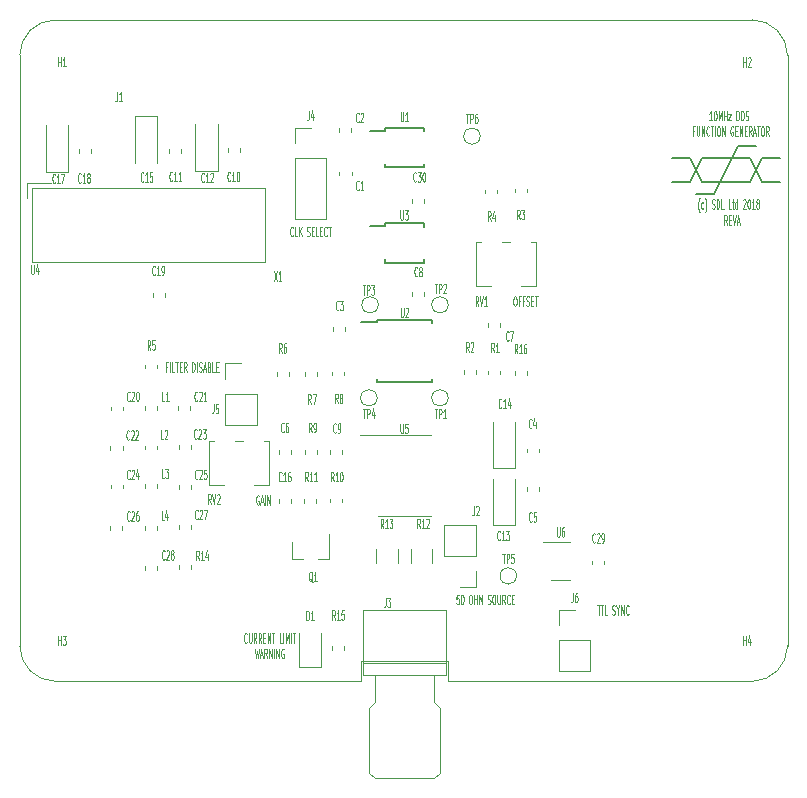
<source format=gbr>
G04 #@! TF.GenerationSoftware,KiCad,Pcbnew,5.0.0-fee4fd1~66~ubuntu18.04.1*
G04 #@! TF.CreationDate,2018-10-18T09:36:57+01:00*
G04 #@! TF.ProjectId,DDS-hat,4444532D6861742E6B696361645F7063,rev?*
G04 #@! TF.SameCoordinates,Original*
G04 #@! TF.FileFunction,Legend,Top*
G04 #@! TF.FilePolarity,Positive*
%FSLAX46Y46*%
G04 Gerber Fmt 4.6, Leading zero omitted, Abs format (unit mm)*
G04 Created by KiCad (PCBNEW 5.0.0-fee4fd1~66~ubuntu18.04.1) date Thu Oct 18 09:36:57 2018*
%MOMM*%
%LPD*%
G01*
G04 APERTURE LIST*
%ADD10C,0.100000*%
%ADD11C,0.120000*%
%ADD12C,0.150000*%
G04 APERTURE END LIST*
D10*
X91044285Y-90182857D02*
X90910952Y-90182857D01*
X90910952Y-90601904D02*
X90910952Y-89801904D01*
X91101428Y-89801904D01*
X91253809Y-90601904D02*
X91253809Y-89801904D01*
X91634761Y-90601904D02*
X91444285Y-90601904D01*
X91444285Y-89801904D01*
X91710952Y-89801904D02*
X91939523Y-89801904D01*
X91825238Y-90601904D02*
X91825238Y-89801904D01*
X92072857Y-90182857D02*
X92206190Y-90182857D01*
X92263333Y-90601904D02*
X92072857Y-90601904D01*
X92072857Y-89801904D01*
X92263333Y-89801904D01*
X92663333Y-90601904D02*
X92530000Y-90220952D01*
X92434761Y-90601904D02*
X92434761Y-89801904D01*
X92587142Y-89801904D01*
X92625238Y-89840000D01*
X92644285Y-89878095D01*
X92663333Y-89954285D01*
X92663333Y-90068571D01*
X92644285Y-90144761D01*
X92625238Y-90182857D01*
X92587142Y-90220952D01*
X92434761Y-90220952D01*
X93139523Y-90601904D02*
X93139523Y-89801904D01*
X93234761Y-89801904D01*
X93291904Y-89840000D01*
X93330000Y-89916190D01*
X93349047Y-89992380D01*
X93368095Y-90144761D01*
X93368095Y-90259047D01*
X93349047Y-90411428D01*
X93330000Y-90487619D01*
X93291904Y-90563809D01*
X93234761Y-90601904D01*
X93139523Y-90601904D01*
X93539523Y-90601904D02*
X93539523Y-89801904D01*
X93710952Y-90563809D02*
X93768095Y-90601904D01*
X93863333Y-90601904D01*
X93901428Y-90563809D01*
X93920476Y-90525714D01*
X93939523Y-90449523D01*
X93939523Y-90373333D01*
X93920476Y-90297142D01*
X93901428Y-90259047D01*
X93863333Y-90220952D01*
X93787142Y-90182857D01*
X93749047Y-90144761D01*
X93730000Y-90106666D01*
X93710952Y-90030476D01*
X93710952Y-89954285D01*
X93730000Y-89878095D01*
X93749047Y-89840000D01*
X93787142Y-89801904D01*
X93882380Y-89801904D01*
X93939523Y-89840000D01*
X94091904Y-90373333D02*
X94282380Y-90373333D01*
X94053809Y-90601904D02*
X94187142Y-89801904D01*
X94320476Y-90601904D01*
X94587142Y-90182857D02*
X94644285Y-90220952D01*
X94663333Y-90259047D01*
X94682380Y-90335238D01*
X94682380Y-90449523D01*
X94663333Y-90525714D01*
X94644285Y-90563809D01*
X94606190Y-90601904D01*
X94453809Y-90601904D01*
X94453809Y-89801904D01*
X94587142Y-89801904D01*
X94625238Y-89840000D01*
X94644285Y-89878095D01*
X94663333Y-89954285D01*
X94663333Y-90030476D01*
X94644285Y-90106666D01*
X94625238Y-90144761D01*
X94587142Y-90182857D01*
X94453809Y-90182857D01*
X95044285Y-90601904D02*
X94853809Y-90601904D01*
X94853809Y-89801904D01*
X95177619Y-90182857D02*
X95310952Y-90182857D01*
X95368095Y-90601904D02*
X95177619Y-90601904D01*
X95177619Y-89801904D01*
X95368095Y-89801904D01*
X101682857Y-79065714D02*
X101663809Y-79103809D01*
X101606666Y-79141904D01*
X101568571Y-79141904D01*
X101511428Y-79103809D01*
X101473333Y-79027619D01*
X101454285Y-78951428D01*
X101435238Y-78799047D01*
X101435238Y-78684761D01*
X101454285Y-78532380D01*
X101473333Y-78456190D01*
X101511428Y-78380000D01*
X101568571Y-78341904D01*
X101606666Y-78341904D01*
X101663809Y-78380000D01*
X101682857Y-78418095D01*
X102044761Y-79141904D02*
X101854285Y-79141904D01*
X101854285Y-78341904D01*
X102178095Y-79141904D02*
X102178095Y-78341904D01*
X102406666Y-79141904D02*
X102235238Y-78684761D01*
X102406666Y-78341904D02*
X102178095Y-78799047D01*
X102863809Y-79103809D02*
X102920952Y-79141904D01*
X103016190Y-79141904D01*
X103054285Y-79103809D01*
X103073333Y-79065714D01*
X103092380Y-78989523D01*
X103092380Y-78913333D01*
X103073333Y-78837142D01*
X103054285Y-78799047D01*
X103016190Y-78760952D01*
X102940000Y-78722857D01*
X102901904Y-78684761D01*
X102882857Y-78646666D01*
X102863809Y-78570476D01*
X102863809Y-78494285D01*
X102882857Y-78418095D01*
X102901904Y-78380000D01*
X102940000Y-78341904D01*
X103035238Y-78341904D01*
X103092380Y-78380000D01*
X103263809Y-78722857D02*
X103397142Y-78722857D01*
X103454285Y-79141904D02*
X103263809Y-79141904D01*
X103263809Y-78341904D01*
X103454285Y-78341904D01*
X103816190Y-79141904D02*
X103625714Y-79141904D01*
X103625714Y-78341904D01*
X103949523Y-78722857D02*
X104082857Y-78722857D01*
X104140000Y-79141904D02*
X103949523Y-79141904D01*
X103949523Y-78341904D01*
X104140000Y-78341904D01*
X104540000Y-79065714D02*
X104520952Y-79103809D01*
X104463809Y-79141904D01*
X104425714Y-79141904D01*
X104368571Y-79103809D01*
X104330476Y-79027619D01*
X104311428Y-78951428D01*
X104292380Y-78799047D01*
X104292380Y-78684761D01*
X104311428Y-78532380D01*
X104330476Y-78456190D01*
X104368571Y-78380000D01*
X104425714Y-78341904D01*
X104463809Y-78341904D01*
X104520952Y-78380000D01*
X104540000Y-78418095D01*
X104654285Y-78341904D02*
X104882857Y-78341904D01*
X104768571Y-79141904D02*
X104768571Y-78341904D01*
X115711904Y-109481904D02*
X115521428Y-109481904D01*
X115502380Y-109862857D01*
X115521428Y-109824761D01*
X115559523Y-109786666D01*
X115654761Y-109786666D01*
X115692857Y-109824761D01*
X115711904Y-109862857D01*
X115730952Y-109939047D01*
X115730952Y-110129523D01*
X115711904Y-110205714D01*
X115692857Y-110243809D01*
X115654761Y-110281904D01*
X115559523Y-110281904D01*
X115521428Y-110243809D01*
X115502380Y-110205714D01*
X115978571Y-109481904D02*
X116016666Y-109481904D01*
X116054761Y-109520000D01*
X116073809Y-109558095D01*
X116092857Y-109634285D01*
X116111904Y-109786666D01*
X116111904Y-109977142D01*
X116092857Y-110129523D01*
X116073809Y-110205714D01*
X116054761Y-110243809D01*
X116016666Y-110281904D01*
X115978571Y-110281904D01*
X115940476Y-110243809D01*
X115921428Y-110205714D01*
X115902380Y-110129523D01*
X115883333Y-109977142D01*
X115883333Y-109786666D01*
X115902380Y-109634285D01*
X115921428Y-109558095D01*
X115940476Y-109520000D01*
X115978571Y-109481904D01*
X116664285Y-109481904D02*
X116740476Y-109481904D01*
X116778571Y-109520000D01*
X116816666Y-109596190D01*
X116835714Y-109748571D01*
X116835714Y-110015238D01*
X116816666Y-110167619D01*
X116778571Y-110243809D01*
X116740476Y-110281904D01*
X116664285Y-110281904D01*
X116626190Y-110243809D01*
X116588095Y-110167619D01*
X116569047Y-110015238D01*
X116569047Y-109748571D01*
X116588095Y-109596190D01*
X116626190Y-109520000D01*
X116664285Y-109481904D01*
X117007142Y-110281904D02*
X117007142Y-109481904D01*
X117007142Y-109862857D02*
X117235714Y-109862857D01*
X117235714Y-110281904D02*
X117235714Y-109481904D01*
X117426190Y-110281904D02*
X117426190Y-109481904D01*
X117559523Y-110053333D01*
X117692857Y-109481904D01*
X117692857Y-110281904D01*
X118169047Y-110243809D02*
X118226190Y-110281904D01*
X118321428Y-110281904D01*
X118359523Y-110243809D01*
X118378571Y-110205714D01*
X118397619Y-110129523D01*
X118397619Y-110053333D01*
X118378571Y-109977142D01*
X118359523Y-109939047D01*
X118321428Y-109900952D01*
X118245238Y-109862857D01*
X118207142Y-109824761D01*
X118188095Y-109786666D01*
X118169047Y-109710476D01*
X118169047Y-109634285D01*
X118188095Y-109558095D01*
X118207142Y-109520000D01*
X118245238Y-109481904D01*
X118340476Y-109481904D01*
X118397619Y-109520000D01*
X118645238Y-109481904D02*
X118721428Y-109481904D01*
X118759523Y-109520000D01*
X118797619Y-109596190D01*
X118816666Y-109748571D01*
X118816666Y-110015238D01*
X118797619Y-110167619D01*
X118759523Y-110243809D01*
X118721428Y-110281904D01*
X118645238Y-110281904D01*
X118607142Y-110243809D01*
X118569047Y-110167619D01*
X118550000Y-110015238D01*
X118550000Y-109748571D01*
X118569047Y-109596190D01*
X118607142Y-109520000D01*
X118645238Y-109481904D01*
X118988095Y-109481904D02*
X118988095Y-110129523D01*
X119007142Y-110205714D01*
X119026190Y-110243809D01*
X119064285Y-110281904D01*
X119140476Y-110281904D01*
X119178571Y-110243809D01*
X119197619Y-110205714D01*
X119216666Y-110129523D01*
X119216666Y-109481904D01*
X119635714Y-110281904D02*
X119502380Y-109900952D01*
X119407142Y-110281904D02*
X119407142Y-109481904D01*
X119559523Y-109481904D01*
X119597619Y-109520000D01*
X119616666Y-109558095D01*
X119635714Y-109634285D01*
X119635714Y-109748571D01*
X119616666Y-109824761D01*
X119597619Y-109862857D01*
X119559523Y-109900952D01*
X119407142Y-109900952D01*
X120035714Y-110205714D02*
X120016666Y-110243809D01*
X119959523Y-110281904D01*
X119921428Y-110281904D01*
X119864285Y-110243809D01*
X119826190Y-110167619D01*
X119807142Y-110091428D01*
X119788095Y-109939047D01*
X119788095Y-109824761D01*
X119807142Y-109672380D01*
X119826190Y-109596190D01*
X119864285Y-109520000D01*
X119921428Y-109481904D01*
X119959523Y-109481904D01*
X120016666Y-109520000D01*
X120035714Y-109558095D01*
X120207142Y-109862857D02*
X120340476Y-109862857D01*
X120397619Y-110281904D02*
X120207142Y-110281904D01*
X120207142Y-109481904D01*
X120397619Y-109481904D01*
X127427619Y-110371904D02*
X127656190Y-110371904D01*
X127541904Y-111171904D02*
X127541904Y-110371904D01*
X127732380Y-110371904D02*
X127960952Y-110371904D01*
X127846666Y-111171904D02*
X127846666Y-110371904D01*
X128284761Y-111171904D02*
X128094285Y-111171904D01*
X128094285Y-110371904D01*
X128703809Y-111133809D02*
X128760952Y-111171904D01*
X128856190Y-111171904D01*
X128894285Y-111133809D01*
X128913333Y-111095714D01*
X128932380Y-111019523D01*
X128932380Y-110943333D01*
X128913333Y-110867142D01*
X128894285Y-110829047D01*
X128856190Y-110790952D01*
X128780000Y-110752857D01*
X128741904Y-110714761D01*
X128722857Y-110676666D01*
X128703809Y-110600476D01*
X128703809Y-110524285D01*
X128722857Y-110448095D01*
X128741904Y-110410000D01*
X128780000Y-110371904D01*
X128875238Y-110371904D01*
X128932380Y-110410000D01*
X129180000Y-110790952D02*
X129180000Y-111171904D01*
X129046666Y-110371904D02*
X129180000Y-110790952D01*
X129313333Y-110371904D01*
X129446666Y-111171904D02*
X129446666Y-110371904D01*
X129675238Y-111171904D01*
X129675238Y-110371904D01*
X130094285Y-111095714D02*
X130075238Y-111133809D01*
X130018095Y-111171904D01*
X129980000Y-111171904D01*
X129922857Y-111133809D01*
X129884761Y-111057619D01*
X129865714Y-110981428D01*
X129846666Y-110829047D01*
X129846666Y-110714761D01*
X129865714Y-110562380D01*
X129884761Y-110486190D01*
X129922857Y-110410000D01*
X129980000Y-110371904D01*
X130018095Y-110371904D01*
X130075238Y-110410000D01*
X130094285Y-110448095D01*
X97765714Y-113465714D02*
X97746666Y-113503809D01*
X97689523Y-113541904D01*
X97651428Y-113541904D01*
X97594285Y-113503809D01*
X97556190Y-113427619D01*
X97537142Y-113351428D01*
X97518095Y-113199047D01*
X97518095Y-113084761D01*
X97537142Y-112932380D01*
X97556190Y-112856190D01*
X97594285Y-112780000D01*
X97651428Y-112741904D01*
X97689523Y-112741904D01*
X97746666Y-112780000D01*
X97765714Y-112818095D01*
X97937142Y-112741904D02*
X97937142Y-113389523D01*
X97956190Y-113465714D01*
X97975238Y-113503809D01*
X98013333Y-113541904D01*
X98089523Y-113541904D01*
X98127619Y-113503809D01*
X98146666Y-113465714D01*
X98165714Y-113389523D01*
X98165714Y-112741904D01*
X98584761Y-113541904D02*
X98451428Y-113160952D01*
X98356190Y-113541904D02*
X98356190Y-112741904D01*
X98508571Y-112741904D01*
X98546666Y-112780000D01*
X98565714Y-112818095D01*
X98584761Y-112894285D01*
X98584761Y-113008571D01*
X98565714Y-113084761D01*
X98546666Y-113122857D01*
X98508571Y-113160952D01*
X98356190Y-113160952D01*
X98984761Y-113541904D02*
X98851428Y-113160952D01*
X98756190Y-113541904D02*
X98756190Y-112741904D01*
X98908571Y-112741904D01*
X98946666Y-112780000D01*
X98965714Y-112818095D01*
X98984761Y-112894285D01*
X98984761Y-113008571D01*
X98965714Y-113084761D01*
X98946666Y-113122857D01*
X98908571Y-113160952D01*
X98756190Y-113160952D01*
X99156190Y-113122857D02*
X99289523Y-113122857D01*
X99346666Y-113541904D02*
X99156190Y-113541904D01*
X99156190Y-112741904D01*
X99346666Y-112741904D01*
X99518095Y-113541904D02*
X99518095Y-112741904D01*
X99746666Y-113541904D01*
X99746666Y-112741904D01*
X99880000Y-112741904D02*
X100108571Y-112741904D01*
X99994285Y-113541904D02*
X99994285Y-112741904D01*
X100737142Y-113541904D02*
X100546666Y-113541904D01*
X100546666Y-112741904D01*
X100870476Y-113541904D02*
X100870476Y-112741904D01*
X101060952Y-113541904D02*
X101060952Y-112741904D01*
X101194285Y-113313333D01*
X101327619Y-112741904D01*
X101327619Y-113541904D01*
X101518095Y-113541904D02*
X101518095Y-112741904D01*
X101651428Y-112741904D02*
X101880000Y-112741904D01*
X101765714Y-113541904D02*
X101765714Y-112741904D01*
X98422857Y-114041904D02*
X98518095Y-114841904D01*
X98594285Y-114270476D01*
X98670476Y-114841904D01*
X98765714Y-114041904D01*
X98899047Y-114613333D02*
X99089523Y-114613333D01*
X98860952Y-114841904D02*
X98994285Y-114041904D01*
X99127619Y-114841904D01*
X99489523Y-114841904D02*
X99356190Y-114460952D01*
X99260952Y-114841904D02*
X99260952Y-114041904D01*
X99413333Y-114041904D01*
X99451428Y-114080000D01*
X99470476Y-114118095D01*
X99489523Y-114194285D01*
X99489523Y-114308571D01*
X99470476Y-114384761D01*
X99451428Y-114422857D01*
X99413333Y-114460952D01*
X99260952Y-114460952D01*
X99660952Y-114841904D02*
X99660952Y-114041904D01*
X99889523Y-114841904D01*
X99889523Y-114041904D01*
X100080000Y-114841904D02*
X100080000Y-114041904D01*
X100270476Y-114841904D02*
X100270476Y-114041904D01*
X100499047Y-114841904D01*
X100499047Y-114041904D01*
X100899047Y-114080000D02*
X100860952Y-114041904D01*
X100803809Y-114041904D01*
X100746666Y-114080000D01*
X100708571Y-114156190D01*
X100689523Y-114232380D01*
X100670476Y-114384761D01*
X100670476Y-114499047D01*
X100689523Y-114651428D01*
X100708571Y-114727619D01*
X100746666Y-114803809D01*
X100803809Y-114841904D01*
X100841904Y-114841904D01*
X100899047Y-114803809D01*
X100918095Y-114765714D01*
X100918095Y-114499047D01*
X100841904Y-114499047D01*
X138430000Y-78151904D02*
X138296666Y-77770952D01*
X138201428Y-78151904D02*
X138201428Y-77351904D01*
X138353809Y-77351904D01*
X138391904Y-77390000D01*
X138410952Y-77428095D01*
X138430000Y-77504285D01*
X138430000Y-77618571D01*
X138410952Y-77694761D01*
X138391904Y-77732857D01*
X138353809Y-77770952D01*
X138201428Y-77770952D01*
X138601428Y-77732857D02*
X138734761Y-77732857D01*
X138791904Y-78151904D02*
X138601428Y-78151904D01*
X138601428Y-77351904D01*
X138791904Y-77351904D01*
X138906190Y-77351904D02*
X139039523Y-78151904D01*
X139172857Y-77351904D01*
X139287142Y-77923333D02*
X139477619Y-77923333D01*
X139249047Y-78151904D02*
X139382380Y-77351904D01*
X139515714Y-78151904D01*
X98788571Y-101100000D02*
X98750476Y-101061904D01*
X98693333Y-101061904D01*
X98636190Y-101100000D01*
X98598095Y-101176190D01*
X98579047Y-101252380D01*
X98560000Y-101404761D01*
X98560000Y-101519047D01*
X98579047Y-101671428D01*
X98598095Y-101747619D01*
X98636190Y-101823809D01*
X98693333Y-101861904D01*
X98731428Y-101861904D01*
X98788571Y-101823809D01*
X98807619Y-101785714D01*
X98807619Y-101519047D01*
X98731428Y-101519047D01*
X98960000Y-101633333D02*
X99150476Y-101633333D01*
X98921904Y-101861904D02*
X99055238Y-101061904D01*
X99188571Y-101861904D01*
X99321904Y-101861904D02*
X99321904Y-101061904D01*
X99512380Y-101861904D02*
X99512380Y-101061904D01*
X99740952Y-101861904D01*
X99740952Y-101061904D01*
X120435238Y-84231904D02*
X120511428Y-84231904D01*
X120549523Y-84270000D01*
X120587619Y-84346190D01*
X120606666Y-84498571D01*
X120606666Y-84765238D01*
X120587619Y-84917619D01*
X120549523Y-84993809D01*
X120511428Y-85031904D01*
X120435238Y-85031904D01*
X120397142Y-84993809D01*
X120359047Y-84917619D01*
X120340000Y-84765238D01*
X120340000Y-84498571D01*
X120359047Y-84346190D01*
X120397142Y-84270000D01*
X120435238Y-84231904D01*
X120911428Y-84612857D02*
X120778095Y-84612857D01*
X120778095Y-85031904D02*
X120778095Y-84231904D01*
X120968571Y-84231904D01*
X121254285Y-84612857D02*
X121120952Y-84612857D01*
X121120952Y-85031904D02*
X121120952Y-84231904D01*
X121311428Y-84231904D01*
X121444761Y-84993809D02*
X121501904Y-85031904D01*
X121597142Y-85031904D01*
X121635238Y-84993809D01*
X121654285Y-84955714D01*
X121673333Y-84879523D01*
X121673333Y-84803333D01*
X121654285Y-84727142D01*
X121635238Y-84689047D01*
X121597142Y-84650952D01*
X121520952Y-84612857D01*
X121482857Y-84574761D01*
X121463809Y-84536666D01*
X121444761Y-84460476D01*
X121444761Y-84384285D01*
X121463809Y-84308095D01*
X121482857Y-84270000D01*
X121520952Y-84231904D01*
X121616190Y-84231904D01*
X121673333Y-84270000D01*
X121844761Y-84612857D02*
X121978095Y-84612857D01*
X122035238Y-85031904D02*
X121844761Y-85031904D01*
X121844761Y-84231904D01*
X122035238Y-84231904D01*
X122149523Y-84231904D02*
X122378095Y-84231904D01*
X122263809Y-85031904D02*
X122263809Y-84231904D01*
X114830000Y-116820000D02*
X140546356Y-116817611D01*
X107400000Y-115110000D02*
X107400000Y-116817611D01*
X114830000Y-115110000D02*
X114830000Y-116817611D01*
X107400000Y-115110000D02*
X114830000Y-115110000D01*
X137155952Y-69336904D02*
X136927380Y-69336904D01*
X137041666Y-69336904D02*
X137041666Y-68536904D01*
X137003571Y-68651190D01*
X136965476Y-68727380D01*
X136927380Y-68765476D01*
X137403571Y-68536904D02*
X137441666Y-68536904D01*
X137479761Y-68575000D01*
X137498809Y-68613095D01*
X137517857Y-68689285D01*
X137536904Y-68841666D01*
X137536904Y-69032142D01*
X137517857Y-69184523D01*
X137498809Y-69260714D01*
X137479761Y-69298809D01*
X137441666Y-69336904D01*
X137403571Y-69336904D01*
X137365476Y-69298809D01*
X137346428Y-69260714D01*
X137327380Y-69184523D01*
X137308333Y-69032142D01*
X137308333Y-68841666D01*
X137327380Y-68689285D01*
X137346428Y-68613095D01*
X137365476Y-68575000D01*
X137403571Y-68536904D01*
X137708333Y-69336904D02*
X137708333Y-68536904D01*
X137841666Y-69108333D01*
X137975000Y-68536904D01*
X137975000Y-69336904D01*
X138165476Y-69336904D02*
X138165476Y-68536904D01*
X138165476Y-68917857D02*
X138394047Y-68917857D01*
X138394047Y-69336904D02*
X138394047Y-68536904D01*
X138546428Y-68803571D02*
X138755952Y-68803571D01*
X138546428Y-69336904D01*
X138755952Y-69336904D01*
X139213095Y-69336904D02*
X139213095Y-68536904D01*
X139308333Y-68536904D01*
X139365476Y-68575000D01*
X139403571Y-68651190D01*
X139422619Y-68727380D01*
X139441666Y-68879761D01*
X139441666Y-68994047D01*
X139422619Y-69146428D01*
X139403571Y-69222619D01*
X139365476Y-69298809D01*
X139308333Y-69336904D01*
X139213095Y-69336904D01*
X139613095Y-69336904D02*
X139613095Y-68536904D01*
X139708333Y-68536904D01*
X139765476Y-68575000D01*
X139803571Y-68651190D01*
X139822619Y-68727380D01*
X139841666Y-68879761D01*
X139841666Y-68994047D01*
X139822619Y-69146428D01*
X139803571Y-69222619D01*
X139765476Y-69298809D01*
X139708333Y-69336904D01*
X139613095Y-69336904D01*
X139994047Y-69298809D02*
X140051190Y-69336904D01*
X140146428Y-69336904D01*
X140184523Y-69298809D01*
X140203571Y-69260714D01*
X140222619Y-69184523D01*
X140222619Y-69108333D01*
X140203571Y-69032142D01*
X140184523Y-68994047D01*
X140146428Y-68955952D01*
X140070238Y-68917857D01*
X140032142Y-68879761D01*
X140013095Y-68841666D01*
X139994047Y-68765476D01*
X139994047Y-68689285D01*
X140013095Y-68613095D01*
X140032142Y-68575000D01*
X140070238Y-68536904D01*
X140165476Y-68536904D01*
X140222619Y-68575000D01*
X135641666Y-70217857D02*
X135508333Y-70217857D01*
X135508333Y-70636904D02*
X135508333Y-69836904D01*
X135698809Y-69836904D01*
X135851190Y-69836904D02*
X135851190Y-70484523D01*
X135870238Y-70560714D01*
X135889285Y-70598809D01*
X135927380Y-70636904D01*
X136003571Y-70636904D01*
X136041666Y-70598809D01*
X136060714Y-70560714D01*
X136079761Y-70484523D01*
X136079761Y-69836904D01*
X136270238Y-70636904D02*
X136270238Y-69836904D01*
X136498809Y-70636904D01*
X136498809Y-69836904D01*
X136917857Y-70560714D02*
X136898809Y-70598809D01*
X136841666Y-70636904D01*
X136803571Y-70636904D01*
X136746428Y-70598809D01*
X136708333Y-70522619D01*
X136689285Y-70446428D01*
X136670238Y-70294047D01*
X136670238Y-70179761D01*
X136689285Y-70027380D01*
X136708333Y-69951190D01*
X136746428Y-69875000D01*
X136803571Y-69836904D01*
X136841666Y-69836904D01*
X136898809Y-69875000D01*
X136917857Y-69913095D01*
X137032142Y-69836904D02*
X137260714Y-69836904D01*
X137146428Y-70636904D02*
X137146428Y-69836904D01*
X137394047Y-70636904D02*
X137394047Y-69836904D01*
X137660714Y-69836904D02*
X137736904Y-69836904D01*
X137775000Y-69875000D01*
X137813095Y-69951190D01*
X137832142Y-70103571D01*
X137832142Y-70370238D01*
X137813095Y-70522619D01*
X137775000Y-70598809D01*
X137736904Y-70636904D01*
X137660714Y-70636904D01*
X137622619Y-70598809D01*
X137584523Y-70522619D01*
X137565476Y-70370238D01*
X137565476Y-70103571D01*
X137584523Y-69951190D01*
X137622619Y-69875000D01*
X137660714Y-69836904D01*
X138003571Y-70636904D02*
X138003571Y-69836904D01*
X138232142Y-70636904D01*
X138232142Y-69836904D01*
X138936904Y-69875000D02*
X138898809Y-69836904D01*
X138841666Y-69836904D01*
X138784523Y-69875000D01*
X138746428Y-69951190D01*
X138727380Y-70027380D01*
X138708333Y-70179761D01*
X138708333Y-70294047D01*
X138727380Y-70446428D01*
X138746428Y-70522619D01*
X138784523Y-70598809D01*
X138841666Y-70636904D01*
X138879761Y-70636904D01*
X138936904Y-70598809D01*
X138955952Y-70560714D01*
X138955952Y-70294047D01*
X138879761Y-70294047D01*
X139127380Y-70217857D02*
X139260714Y-70217857D01*
X139317857Y-70636904D02*
X139127380Y-70636904D01*
X139127380Y-69836904D01*
X139317857Y-69836904D01*
X139489285Y-70636904D02*
X139489285Y-69836904D01*
X139717857Y-70636904D01*
X139717857Y-69836904D01*
X139908333Y-70217857D02*
X140041666Y-70217857D01*
X140098809Y-70636904D02*
X139908333Y-70636904D01*
X139908333Y-69836904D01*
X140098809Y-69836904D01*
X140498809Y-70636904D02*
X140365476Y-70255952D01*
X140270238Y-70636904D02*
X140270238Y-69836904D01*
X140422619Y-69836904D01*
X140460714Y-69875000D01*
X140479761Y-69913095D01*
X140498809Y-69989285D01*
X140498809Y-70103571D01*
X140479761Y-70179761D01*
X140460714Y-70217857D01*
X140422619Y-70255952D01*
X140270238Y-70255952D01*
X140651190Y-70408333D02*
X140841666Y-70408333D01*
X140613095Y-70636904D02*
X140746428Y-69836904D01*
X140879761Y-70636904D01*
X140955952Y-69836904D02*
X141184523Y-69836904D01*
X141070238Y-70636904D02*
X141070238Y-69836904D01*
X141394047Y-69836904D02*
X141470238Y-69836904D01*
X141508333Y-69875000D01*
X141546428Y-69951190D01*
X141565476Y-70103571D01*
X141565476Y-70370238D01*
X141546428Y-70522619D01*
X141508333Y-70598809D01*
X141470238Y-70636904D01*
X141394047Y-70636904D01*
X141355952Y-70598809D01*
X141317857Y-70522619D01*
X141298809Y-70370238D01*
X141298809Y-70103571D01*
X141317857Y-69951190D01*
X141355952Y-69875000D01*
X141394047Y-69836904D01*
X141965476Y-70636904D02*
X141832142Y-70255952D01*
X141736904Y-70636904D02*
X141736904Y-69836904D01*
X141889285Y-69836904D01*
X141927380Y-69875000D01*
X141946428Y-69913095D01*
X141965476Y-69989285D01*
X141965476Y-70103571D01*
X141946428Y-70179761D01*
X141927380Y-70217857D01*
X141889285Y-70255952D01*
X141736904Y-70255952D01*
X78546356Y-63817611D02*
X78546356Y-113817611D01*
X78546356Y-63817611D02*
G75*
G02X81546356Y-60817611I3000000J0D01*
G01*
X140546356Y-60817611D02*
X81546356Y-60817611D01*
X140546356Y-60817611D02*
G75*
G02X143546356Y-63817611I0J-3000000D01*
G01*
X143546356Y-113817611D02*
X143546356Y-63817611D01*
X81546356Y-116817611D02*
G75*
G02X78546356Y-113817611I0J3000000D01*
G01*
X81546356Y-116817611D02*
X107400000Y-116820000D01*
X143546351Y-113822847D02*
G75*
G02X140546356Y-116817611I-2999995J5236D01*
G01*
D11*
G04 #@! TO.C,C30*
X112790000Y-75957221D02*
X112790000Y-76282779D01*
X111770000Y-75957221D02*
X111770000Y-76282779D01*
G04 #@! TO.C,J5*
X95960000Y-95100000D02*
X98620000Y-95100000D01*
X95960000Y-92500000D02*
X95960000Y-95100000D01*
X98620000Y-92500000D02*
X98620000Y-95100000D01*
X95960000Y-92500000D02*
X98620000Y-92500000D01*
X95960000Y-91230000D02*
X95960000Y-89900000D01*
X95960000Y-89900000D02*
X97290000Y-89900000D01*
G04 #@! TO.C,R16*
X120430000Y-90892779D02*
X120430000Y-90567221D01*
X121450000Y-90892779D02*
X121450000Y-90567221D01*
G04 #@! TO.C,U6*
X123530000Y-108260000D02*
X125130000Y-108260000D01*
X125130000Y-105060000D02*
X122830000Y-105060000D01*
G04 #@! TO.C,C29*
X127970000Y-106597221D02*
X127970000Y-106922779D01*
X126950000Y-106597221D02*
X126950000Y-106922779D01*
G04 #@! TO.C,J6*
X124180000Y-115950000D02*
X126840000Y-115950000D01*
X124180000Y-113350000D02*
X124180000Y-115950000D01*
X126840000Y-113350000D02*
X126840000Y-115950000D01*
X124180000Y-113350000D02*
X126840000Y-113350000D01*
X124180000Y-112080000D02*
X124180000Y-110750000D01*
X124180000Y-110750000D02*
X125510000Y-110750000D01*
G04 #@! TO.C,D1*
X102210000Y-112720000D02*
X102210000Y-115605000D01*
X102210000Y-115605000D02*
X104030000Y-115605000D01*
X104030000Y-115605000D02*
X104030000Y-112720000D01*
G04 #@! TO.C,Q1*
X101560000Y-106480000D02*
X102490000Y-106480000D01*
X104720000Y-106480000D02*
X103790000Y-106480000D01*
X104720000Y-106480000D02*
X104720000Y-104320000D01*
X101560000Y-106480000D02*
X101560000Y-105020000D01*
G04 #@! TO.C,R15*
X104950000Y-114172779D02*
X104950000Y-113847221D01*
X105970000Y-114172779D02*
X105970000Y-113847221D01*
G04 #@! TO.C,C28*
X90172000Y-107050721D02*
X90172000Y-107376279D01*
X89152000Y-107050721D02*
X89152000Y-107376279D01*
G04 #@! TO.C,C27*
X93070000Y-103902779D02*
X93070000Y-103577221D01*
X92050000Y-103902779D02*
X92050000Y-103577221D01*
G04 #@! TO.C,C26*
X87230000Y-103667221D02*
X87230000Y-103992779D01*
X86210000Y-103667221D02*
X86210000Y-103992779D01*
G04 #@! TO.C,C25*
X93030000Y-100512779D02*
X93030000Y-100187221D01*
X92010000Y-100512779D02*
X92010000Y-100187221D01*
G04 #@! TO.C,C24*
X87260000Y-100167221D02*
X87260000Y-100492779D01*
X86240000Y-100167221D02*
X86240000Y-100492779D01*
G04 #@! TO.C,C23*
X93010000Y-97150279D02*
X93010000Y-96824721D01*
X91990000Y-97150279D02*
X91990000Y-96824721D01*
G04 #@! TO.C,C22*
X87240000Y-96890721D02*
X87240000Y-97216279D01*
X86220000Y-96890721D02*
X86220000Y-97216279D01*
G04 #@! TO.C,C21*
X92990000Y-93840279D02*
X92990000Y-93514721D01*
X91970000Y-93840279D02*
X91970000Y-93514721D01*
G04 #@! TO.C,C20*
X87280000Y-93557221D02*
X87280000Y-93882779D01*
X86260000Y-93557221D02*
X86260000Y-93882779D01*
G04 #@! TO.C,L3*
X89140000Y-100137221D02*
X89140000Y-100462779D01*
X90160000Y-100137221D02*
X90160000Y-100462779D01*
G04 #@! TO.C,L1*
X90150000Y-93544721D02*
X90150000Y-93870279D01*
X89130000Y-93544721D02*
X89130000Y-93870279D01*
G04 #@! TO.C,L4*
X89150000Y-103644721D02*
X89150000Y-103970279D01*
X90170000Y-103644721D02*
X90170000Y-103970279D01*
G04 #@! TO.C,L2*
X90140000Y-96854721D02*
X90140000Y-97180279D01*
X89120000Y-96854721D02*
X89120000Y-97180279D01*
G04 #@! TO.C,R5*
X90172000Y-90332779D02*
X90172000Y-90007221D01*
X89152000Y-90332779D02*
X89152000Y-90007221D01*
G04 #@! TO.C,R14*
X92050000Y-107320279D02*
X92050000Y-106994721D01*
X93070000Y-107320279D02*
X93070000Y-106994721D01*
G04 #@! TO.C,C14*
X118605000Y-94850000D02*
X118605000Y-98760000D01*
X118605000Y-98760000D02*
X120475000Y-98760000D01*
X120475000Y-98760000D02*
X120475000Y-94850000D01*
G04 #@! TO.C,C17*
X82655000Y-73670000D02*
X82655000Y-69760000D01*
X80785000Y-73670000D02*
X82655000Y-73670000D01*
X80785000Y-69760000D02*
X80785000Y-73670000D01*
G04 #@! TO.C,C15*
X90155000Y-72900000D02*
X90155000Y-68990000D01*
X90155000Y-68990000D02*
X88285000Y-68990000D01*
X88285000Y-68990000D02*
X88285000Y-72900000D01*
G04 #@! TO.C,C13*
X120455000Y-103590000D02*
X120455000Y-99680000D01*
X118585000Y-103590000D02*
X120455000Y-103590000D01*
X118585000Y-99680000D02*
X118585000Y-103590000D01*
G04 #@! TO.C,C12*
X93415000Y-69670000D02*
X93415000Y-73580000D01*
X93415000Y-73580000D02*
X95285000Y-73580000D01*
X95285000Y-73580000D02*
X95285000Y-69670000D01*
G04 #@! TO.C,TP6*
X117530000Y-70660000D02*
G75*
G03X117530000Y-70660000I-700000J0D01*
G01*
G04 #@! TO.C,RV2*
X99240000Y-96460000D02*
X99620000Y-96460000D01*
X94580000Y-96460000D02*
X94960000Y-96460000D01*
X96740000Y-96460000D02*
X97460000Y-96460000D01*
X94580000Y-100200000D02*
X95860000Y-100200000D01*
X98340000Y-100200000D02*
X99620000Y-100200000D01*
X94580000Y-96460000D02*
X94580000Y-100200000D01*
X99620000Y-96460000D02*
X99620000Y-100200000D01*
G04 #@! TO.C,U5*
X108860000Y-102850000D02*
X113320000Y-102850000D01*
X107340000Y-95950000D02*
X113320000Y-95950000D01*
G04 #@! TO.C,C19*
X90810000Y-83974721D02*
X90810000Y-84300279D01*
X89790000Y-83974721D02*
X89790000Y-84300279D01*
G04 #@! TO.C,J4*
X101830000Y-77680000D02*
X104490000Y-77680000D01*
X101830000Y-72540000D02*
X101830000Y-77680000D01*
X104490000Y-72540000D02*
X104490000Y-77680000D01*
X101830000Y-72540000D02*
X104490000Y-72540000D01*
X101830000Y-71270000D02*
X101830000Y-69940000D01*
X101830000Y-69940000D02*
X103160000Y-69940000D01*
G04 #@! TO.C,RV1*
X121860000Y-79650000D02*
X122240000Y-79650000D01*
X117200000Y-79650000D02*
X117580000Y-79650000D01*
X119360000Y-79650000D02*
X120080000Y-79650000D01*
X117200000Y-83390000D02*
X118480000Y-83390000D01*
X120960000Y-83390000D02*
X122240000Y-83390000D01*
X117200000Y-79650000D02*
X117200000Y-83390000D01*
X122240000Y-79650000D02*
X122240000Y-83390000D01*
D10*
G04 #@! TO.C,J3*
X108610000Y-125040000D02*
X108110000Y-124540000D01*
X113610000Y-125040000D02*
X108610000Y-125040000D01*
X114110000Y-124540000D02*
X113610000Y-125040000D01*
X114610000Y-115290000D02*
X113860000Y-115290000D01*
X114610000Y-110790000D02*
X114610000Y-115290000D01*
X107610000Y-110790000D02*
X114610000Y-110790000D01*
X107610000Y-115290000D02*
X107610000Y-110790000D01*
X114610000Y-115290000D02*
X107610000Y-115290000D01*
X108360000Y-116290000D02*
X107610000Y-116290000D01*
X107610000Y-116290000D02*
X107610000Y-115290000D01*
X108360000Y-116290000D02*
X113860000Y-116290000D01*
X113860000Y-116290000D02*
X114610000Y-116290000D01*
X114610000Y-116290000D02*
X114610000Y-115290000D01*
X108110000Y-124540000D02*
X108110000Y-119040000D01*
X108110000Y-119040000D02*
X108610000Y-118540000D01*
X108610000Y-118540000D02*
X108610000Y-116290000D01*
X114110000Y-124540000D02*
X114110000Y-119040000D01*
X114110000Y-119040000D02*
X113610000Y-118540000D01*
X113610000Y-118540000D02*
X113610000Y-116290000D01*
D11*
G04 #@! TO.C,J2*
X117160000Y-103600000D02*
X114500000Y-103600000D01*
X117160000Y-106200000D02*
X117160000Y-103600000D01*
X114500000Y-106200000D02*
X114500000Y-103600000D01*
X117160000Y-106200000D02*
X114500000Y-106200000D01*
X117160000Y-107470000D02*
X117160000Y-108800000D01*
X117160000Y-108800000D02*
X115830000Y-108800000D01*
G04 #@! TO.C,C10*
X96180000Y-72030279D02*
X96180000Y-71704721D01*
X97200000Y-72030279D02*
X97200000Y-71704721D01*
G04 #@! TO.C,C4*
X122490000Y-97440279D02*
X122490000Y-97114721D01*
X121470000Y-97440279D02*
X121470000Y-97114721D01*
G04 #@! TO.C,C5*
X121470000Y-100670279D02*
X121470000Y-100344721D01*
X122490000Y-100670279D02*
X122490000Y-100344721D01*
G04 #@! TO.C,C7*
X118210000Y-86479721D02*
X118210000Y-86805279D01*
X119230000Y-86479721D02*
X119230000Y-86805279D01*
G04 #@! TO.C,C8*
X111770000Y-84182779D02*
X111770000Y-83857221D01*
X112790000Y-84182779D02*
X112790000Y-83857221D01*
G04 #@! TO.C,C9*
X105860000Y-97560279D02*
X105860000Y-97234721D01*
X104840000Y-97560279D02*
X104840000Y-97234721D01*
G04 #@! TO.C,C11*
X92200000Y-71739721D02*
X92200000Y-72065279D01*
X91180000Y-71739721D02*
X91180000Y-72065279D01*
G04 #@! TO.C,C16*
X100480000Y-101354721D02*
X100480000Y-101680279D01*
X101500000Y-101354721D02*
X101500000Y-101680279D01*
G04 #@! TO.C,C18*
X83530000Y-72080279D02*
X83530000Y-71754721D01*
X84550000Y-72080279D02*
X84550000Y-71754721D01*
D12*
G04 #@! TO.C,U3*
X109435000Y-78035000D02*
X109435000Y-78260000D01*
X112785000Y-78035000D02*
X112785000Y-78335000D01*
X112785000Y-81385000D02*
X112785000Y-81085000D01*
X109435000Y-81385000D02*
X109435000Y-81085000D01*
X109435000Y-78035000D02*
X112785000Y-78035000D01*
X109435000Y-81385000D02*
X112785000Y-81385000D01*
X109435000Y-78260000D02*
X108210000Y-78260000D01*
G04 #@! TO.C,U2*
X108795000Y-86235000D02*
X108795000Y-86360000D01*
X113445000Y-86235000D02*
X113445000Y-86460000D01*
X113445000Y-91485000D02*
X113445000Y-91260000D01*
X108795000Y-91485000D02*
X108795000Y-91260000D01*
X108795000Y-86235000D02*
X113445000Y-86235000D01*
X108795000Y-91485000D02*
X113445000Y-91485000D01*
X108795000Y-86360000D02*
X107445000Y-86360000D01*
D11*
G04 #@! TO.C,R10*
X105850000Y-101672779D02*
X105850000Y-101347221D01*
X104830000Y-101672779D02*
X104830000Y-101347221D01*
G04 #@! TO.C,R11*
X102640000Y-101700279D02*
X102640000Y-101374721D01*
X103660000Y-101700279D02*
X103660000Y-101374721D01*
G04 #@! TO.C,R12*
X113480000Y-106802064D02*
X113480000Y-105597936D01*
X111660000Y-106802064D02*
X111660000Y-105597936D01*
G04 #@! TO.C,R13*
X108710000Y-106802064D02*
X108710000Y-105597936D01*
X110530000Y-106802064D02*
X110530000Y-105597936D01*
D10*
G04 #@! TO.C,U4*
X79160000Y-74660000D02*
X79160000Y-75890000D01*
X79160000Y-74660000D02*
X81190000Y-74660000D01*
D11*
X79540000Y-81280000D02*
X99280000Y-81280000D01*
X99280000Y-81280000D02*
X99280000Y-75060000D01*
X99280000Y-75040000D02*
X79540000Y-75040000D01*
X79540000Y-75040000D02*
X79540000Y-81280000D01*
G04 #@! TO.C,TP5*
X120600000Y-107890000D02*
G75*
G03X120600000Y-107890000I-700000J0D01*
G01*
G04 #@! TO.C,TP4*
X108800000Y-92820000D02*
G75*
G03X108800000Y-92820000I-700000J0D01*
G01*
G04 #@! TO.C,TP3*
X108900000Y-84940000D02*
G75*
G03X108900000Y-84940000I-700000J0D01*
G01*
G04 #@! TO.C,TP1*
X114820000Y-92820000D02*
G75*
G03X114820000Y-92820000I-700000J0D01*
G01*
G04 #@! TO.C,TP2*
X114820000Y-84940000D02*
G75*
G03X114820000Y-84940000I-700000J0D01*
G01*
G04 #@! TO.C,C6*
X101500000Y-97209721D02*
X101500000Y-97535279D01*
X100480000Y-97209721D02*
X100480000Y-97535279D01*
G04 #@! TO.C,R7*
X103670000Y-90940279D02*
X103670000Y-90614721D01*
X102650000Y-90940279D02*
X102650000Y-90614721D01*
G04 #@! TO.C,R6*
X100290000Y-90942779D02*
X100290000Y-90617221D01*
X101310000Y-90942779D02*
X101310000Y-90617221D01*
G04 #@! TO.C,R8*
X106010000Y-90925279D02*
X106010000Y-90599721D01*
X104990000Y-90925279D02*
X104990000Y-90599721D01*
G04 #@! TO.C,R9*
X102660000Y-97560279D02*
X102660000Y-97234721D01*
X103680000Y-97560279D02*
X103680000Y-97234721D01*
G04 #@! TO.C,R2*
X117160000Y-90822779D02*
X117160000Y-90497221D01*
X116140000Y-90822779D02*
X116140000Y-90497221D01*
G04 #@! TO.C,R3*
X120450000Y-75422779D02*
X120450000Y-75097221D01*
X121470000Y-75422779D02*
X121470000Y-75097221D01*
G04 #@! TO.C,R4*
X117950000Y-75187221D02*
X117950000Y-75512779D01*
X118970000Y-75187221D02*
X118970000Y-75512779D01*
G04 #@! TO.C,C3*
X106040000Y-86849721D02*
X106040000Y-87175279D01*
X105020000Y-86849721D02*
X105020000Y-87175279D01*
G04 #@! TO.C,R1*
X118220000Y-90830279D02*
X118220000Y-90504721D01*
X119240000Y-90830279D02*
X119240000Y-90504721D01*
G04 #@! TO.C,C2*
X105600000Y-70009721D02*
X105600000Y-70335279D01*
X106620000Y-70009721D02*
X106620000Y-70335279D01*
G04 #@! TO.C,C1*
X106630000Y-73659721D02*
X106630000Y-73985279D01*
X105610000Y-73659721D02*
X105610000Y-73985279D01*
D12*
G04 #@! TO.C,U1*
X109425000Y-69965000D02*
X109425000Y-70190000D01*
X112775000Y-69965000D02*
X112775000Y-70265000D01*
X112775000Y-73315000D02*
X112775000Y-73015000D01*
X109425000Y-73315000D02*
X109425000Y-73015000D01*
X109425000Y-69965000D02*
X112775000Y-69965000D01*
X109425000Y-73315000D02*
X112775000Y-73315000D01*
X109425000Y-70190000D02*
X108200000Y-70190000D01*
G04 #@! TO.C,(c) SDL Ltd 2018*
X137326000Y-75518000D02*
X135802000Y-75518000D01*
X138342000Y-73486000D02*
X137326000Y-75518000D01*
X139358000Y-71454000D02*
X140882000Y-71454000D01*
X138342000Y-73486000D02*
X139358000Y-71454000D01*
X141390000Y-74502000D02*
X142914000Y-74502000D01*
X140882000Y-73486000D02*
X141390000Y-74502000D01*
X141390000Y-72470000D02*
X142914000Y-72470000D01*
X140882000Y-73486000D02*
X141390000Y-72470000D01*
X135294000Y-74502000D02*
X133770000Y-74502000D01*
X135802000Y-73486000D02*
X135294000Y-74502000D01*
X135294000Y-72470000D02*
X133770000Y-72470000D01*
X135802000Y-73486000D02*
X135294000Y-72470000D01*
X135802000Y-73486000D02*
X136310000Y-72470000D01*
X136310000Y-74502000D02*
X135802000Y-73486000D01*
X140374000Y-74502000D02*
X136310000Y-74502000D01*
X140882000Y-73486000D02*
X140374000Y-74502000D01*
X140374000Y-72470000D02*
X140882000Y-73486000D01*
X136310000Y-72470000D02*
X140374000Y-72470000D01*
G04 #@! TD*
G04 #@! TO.C,C30*
D10*
X112102857Y-74425714D02*
X112083809Y-74463809D01*
X112026666Y-74501904D01*
X111988571Y-74501904D01*
X111931428Y-74463809D01*
X111893333Y-74387619D01*
X111874285Y-74311428D01*
X111855238Y-74159047D01*
X111855238Y-74044761D01*
X111874285Y-73892380D01*
X111893333Y-73816190D01*
X111931428Y-73740000D01*
X111988571Y-73701904D01*
X112026666Y-73701904D01*
X112083809Y-73740000D01*
X112102857Y-73778095D01*
X112236190Y-73701904D02*
X112483809Y-73701904D01*
X112350476Y-74006666D01*
X112407619Y-74006666D01*
X112445714Y-74044761D01*
X112464761Y-74082857D01*
X112483809Y-74159047D01*
X112483809Y-74349523D01*
X112464761Y-74425714D01*
X112445714Y-74463809D01*
X112407619Y-74501904D01*
X112293333Y-74501904D01*
X112255238Y-74463809D01*
X112236190Y-74425714D01*
X112731428Y-73701904D02*
X112769523Y-73701904D01*
X112807619Y-73740000D01*
X112826666Y-73778095D01*
X112845714Y-73854285D01*
X112864761Y-74006666D01*
X112864761Y-74197142D01*
X112845714Y-74349523D01*
X112826666Y-74425714D01*
X112807619Y-74463809D01*
X112769523Y-74501904D01*
X112731428Y-74501904D01*
X112693333Y-74463809D01*
X112674285Y-74425714D01*
X112655238Y-74349523D01*
X112636190Y-74197142D01*
X112636190Y-74006666D01*
X112655238Y-73854285D01*
X112674285Y-73778095D01*
X112693333Y-73740000D01*
X112731428Y-73701904D01*
G04 #@! TO.C,J5*
X94956666Y-93341904D02*
X94956666Y-93913333D01*
X94937619Y-94027619D01*
X94899523Y-94103809D01*
X94842380Y-94141904D01*
X94804285Y-94141904D01*
X95337619Y-93341904D02*
X95147142Y-93341904D01*
X95128095Y-93722857D01*
X95147142Y-93684761D01*
X95185238Y-93646666D01*
X95280476Y-93646666D01*
X95318571Y-93684761D01*
X95337619Y-93722857D01*
X95356666Y-93799047D01*
X95356666Y-93989523D01*
X95337619Y-94065714D01*
X95318571Y-94103809D01*
X95280476Y-94141904D01*
X95185238Y-94141904D01*
X95147142Y-94103809D01*
X95128095Y-94065714D01*
G04 #@! TO.C,R16*
X120682857Y-89061904D02*
X120549523Y-88680952D01*
X120454285Y-89061904D02*
X120454285Y-88261904D01*
X120606666Y-88261904D01*
X120644761Y-88300000D01*
X120663809Y-88338095D01*
X120682857Y-88414285D01*
X120682857Y-88528571D01*
X120663809Y-88604761D01*
X120644761Y-88642857D01*
X120606666Y-88680952D01*
X120454285Y-88680952D01*
X121063809Y-89061904D02*
X120835238Y-89061904D01*
X120949523Y-89061904D02*
X120949523Y-88261904D01*
X120911428Y-88376190D01*
X120873333Y-88452380D01*
X120835238Y-88490476D01*
X121406666Y-88261904D02*
X121330476Y-88261904D01*
X121292380Y-88300000D01*
X121273333Y-88338095D01*
X121235238Y-88452380D01*
X121216190Y-88604761D01*
X121216190Y-88909523D01*
X121235238Y-88985714D01*
X121254285Y-89023809D01*
X121292380Y-89061904D01*
X121368571Y-89061904D01*
X121406666Y-89023809D01*
X121425714Y-88985714D01*
X121444761Y-88909523D01*
X121444761Y-88719047D01*
X121425714Y-88642857D01*
X121406666Y-88604761D01*
X121368571Y-88566666D01*
X121292380Y-88566666D01*
X121254285Y-88604761D01*
X121235238Y-88642857D01*
X121216190Y-88719047D01*
G04 #@! TO.C,U6*
X124025238Y-103771904D02*
X124025238Y-104419523D01*
X124044285Y-104495714D01*
X124063333Y-104533809D01*
X124101428Y-104571904D01*
X124177619Y-104571904D01*
X124215714Y-104533809D01*
X124234761Y-104495714D01*
X124253809Y-104419523D01*
X124253809Y-103771904D01*
X124615714Y-103771904D02*
X124539523Y-103771904D01*
X124501428Y-103810000D01*
X124482380Y-103848095D01*
X124444285Y-103962380D01*
X124425238Y-104114761D01*
X124425238Y-104419523D01*
X124444285Y-104495714D01*
X124463333Y-104533809D01*
X124501428Y-104571904D01*
X124577619Y-104571904D01*
X124615714Y-104533809D01*
X124634761Y-104495714D01*
X124653809Y-104419523D01*
X124653809Y-104229047D01*
X124634761Y-104152857D01*
X124615714Y-104114761D01*
X124577619Y-104076666D01*
X124501428Y-104076666D01*
X124463333Y-104114761D01*
X124444285Y-104152857D01*
X124425238Y-104229047D01*
G04 #@! TO.C,C29*
X127252857Y-105005714D02*
X127233809Y-105043809D01*
X127176666Y-105081904D01*
X127138571Y-105081904D01*
X127081428Y-105043809D01*
X127043333Y-104967619D01*
X127024285Y-104891428D01*
X127005238Y-104739047D01*
X127005238Y-104624761D01*
X127024285Y-104472380D01*
X127043333Y-104396190D01*
X127081428Y-104320000D01*
X127138571Y-104281904D01*
X127176666Y-104281904D01*
X127233809Y-104320000D01*
X127252857Y-104358095D01*
X127405238Y-104358095D02*
X127424285Y-104320000D01*
X127462380Y-104281904D01*
X127557619Y-104281904D01*
X127595714Y-104320000D01*
X127614761Y-104358095D01*
X127633809Y-104434285D01*
X127633809Y-104510476D01*
X127614761Y-104624761D01*
X127386190Y-105081904D01*
X127633809Y-105081904D01*
X127824285Y-105081904D02*
X127900476Y-105081904D01*
X127938571Y-105043809D01*
X127957619Y-105005714D01*
X127995714Y-104891428D01*
X128014761Y-104739047D01*
X128014761Y-104434285D01*
X127995714Y-104358095D01*
X127976666Y-104320000D01*
X127938571Y-104281904D01*
X127862380Y-104281904D01*
X127824285Y-104320000D01*
X127805238Y-104358095D01*
X127786190Y-104434285D01*
X127786190Y-104624761D01*
X127805238Y-104700952D01*
X127824285Y-104739047D01*
X127862380Y-104777142D01*
X127938571Y-104777142D01*
X127976666Y-104739047D01*
X127995714Y-104700952D01*
X128014761Y-104624761D01*
G04 #@! TO.C,J6*
X125376666Y-109311904D02*
X125376666Y-109883333D01*
X125357619Y-109997619D01*
X125319523Y-110073809D01*
X125262380Y-110111904D01*
X125224285Y-110111904D01*
X125738571Y-109311904D02*
X125662380Y-109311904D01*
X125624285Y-109350000D01*
X125605238Y-109388095D01*
X125567142Y-109502380D01*
X125548095Y-109654761D01*
X125548095Y-109959523D01*
X125567142Y-110035714D01*
X125586190Y-110073809D01*
X125624285Y-110111904D01*
X125700476Y-110111904D01*
X125738571Y-110073809D01*
X125757619Y-110035714D01*
X125776666Y-109959523D01*
X125776666Y-109769047D01*
X125757619Y-109692857D01*
X125738571Y-109654761D01*
X125700476Y-109616666D01*
X125624285Y-109616666D01*
X125586190Y-109654761D01*
X125567142Y-109692857D01*
X125548095Y-109769047D01*
G04 #@! TO.C,D1*
X102814761Y-111634404D02*
X102814761Y-110834404D01*
X102910000Y-110834404D01*
X102967142Y-110872500D01*
X103005238Y-110948690D01*
X103024285Y-111024880D01*
X103043333Y-111177261D01*
X103043333Y-111291547D01*
X103024285Y-111443928D01*
X103005238Y-111520119D01*
X102967142Y-111596309D01*
X102910000Y-111634404D01*
X102814761Y-111634404D01*
X103424285Y-111634404D02*
X103195714Y-111634404D01*
X103310000Y-111634404D02*
X103310000Y-110834404D01*
X103271904Y-110948690D01*
X103233809Y-111024880D01*
X103195714Y-111062976D01*
G04 #@! TO.C,Q1*
X103331904Y-108438095D02*
X103293809Y-108400000D01*
X103255714Y-108323809D01*
X103198571Y-108209523D01*
X103160476Y-108171428D01*
X103122380Y-108171428D01*
X103141428Y-108361904D02*
X103103333Y-108323809D01*
X103065238Y-108247619D01*
X103046190Y-108095238D01*
X103046190Y-107828571D01*
X103065238Y-107676190D01*
X103103333Y-107600000D01*
X103141428Y-107561904D01*
X103217619Y-107561904D01*
X103255714Y-107600000D01*
X103293809Y-107676190D01*
X103312857Y-107828571D01*
X103312857Y-108095238D01*
X103293809Y-108247619D01*
X103255714Y-108323809D01*
X103217619Y-108361904D01*
X103141428Y-108361904D01*
X103693809Y-108361904D02*
X103465238Y-108361904D01*
X103579523Y-108361904D02*
X103579523Y-107561904D01*
X103541428Y-107676190D01*
X103503333Y-107752380D01*
X103465238Y-107790476D01*
G04 #@! TO.C,R15*
X105242857Y-111611904D02*
X105109523Y-111230952D01*
X105014285Y-111611904D02*
X105014285Y-110811904D01*
X105166666Y-110811904D01*
X105204761Y-110850000D01*
X105223809Y-110888095D01*
X105242857Y-110964285D01*
X105242857Y-111078571D01*
X105223809Y-111154761D01*
X105204761Y-111192857D01*
X105166666Y-111230952D01*
X105014285Y-111230952D01*
X105623809Y-111611904D02*
X105395238Y-111611904D01*
X105509523Y-111611904D02*
X105509523Y-110811904D01*
X105471428Y-110926190D01*
X105433333Y-111002380D01*
X105395238Y-111040476D01*
X105985714Y-110811904D02*
X105795238Y-110811904D01*
X105776190Y-111192857D01*
X105795238Y-111154761D01*
X105833333Y-111116666D01*
X105928571Y-111116666D01*
X105966666Y-111154761D01*
X105985714Y-111192857D01*
X106004761Y-111269047D01*
X106004761Y-111459523D01*
X105985714Y-111535714D01*
X105966666Y-111573809D01*
X105928571Y-111611904D01*
X105833333Y-111611904D01*
X105795238Y-111573809D01*
X105776190Y-111535714D01*
G04 #@! TO.C,C28*
X90814857Y-106439214D02*
X90795809Y-106477309D01*
X90738666Y-106515404D01*
X90700571Y-106515404D01*
X90643428Y-106477309D01*
X90605333Y-106401119D01*
X90586285Y-106324928D01*
X90567238Y-106172547D01*
X90567238Y-106058261D01*
X90586285Y-105905880D01*
X90605333Y-105829690D01*
X90643428Y-105753500D01*
X90700571Y-105715404D01*
X90738666Y-105715404D01*
X90795809Y-105753500D01*
X90814857Y-105791595D01*
X90967238Y-105791595D02*
X90986285Y-105753500D01*
X91024380Y-105715404D01*
X91119619Y-105715404D01*
X91157714Y-105753500D01*
X91176761Y-105791595D01*
X91195809Y-105867785D01*
X91195809Y-105943976D01*
X91176761Y-106058261D01*
X90948190Y-106515404D01*
X91195809Y-106515404D01*
X91424380Y-106058261D02*
X91386285Y-106020166D01*
X91367238Y-105982071D01*
X91348190Y-105905880D01*
X91348190Y-105867785D01*
X91367238Y-105791595D01*
X91386285Y-105753500D01*
X91424380Y-105715404D01*
X91500571Y-105715404D01*
X91538666Y-105753500D01*
X91557714Y-105791595D01*
X91576761Y-105867785D01*
X91576761Y-105905880D01*
X91557714Y-105982071D01*
X91538666Y-106020166D01*
X91500571Y-106058261D01*
X91424380Y-106058261D01*
X91386285Y-106096357D01*
X91367238Y-106134452D01*
X91348190Y-106210642D01*
X91348190Y-106363023D01*
X91367238Y-106439214D01*
X91386285Y-106477309D01*
X91424380Y-106515404D01*
X91500571Y-106515404D01*
X91538666Y-106477309D01*
X91557714Y-106439214D01*
X91576761Y-106363023D01*
X91576761Y-106210642D01*
X91557714Y-106134452D01*
X91538666Y-106096357D01*
X91500571Y-106058261D01*
G04 #@! TO.C,C27*
X93612857Y-103005714D02*
X93593809Y-103043809D01*
X93536666Y-103081904D01*
X93498571Y-103081904D01*
X93441428Y-103043809D01*
X93403333Y-102967619D01*
X93384285Y-102891428D01*
X93365238Y-102739047D01*
X93365238Y-102624761D01*
X93384285Y-102472380D01*
X93403333Y-102396190D01*
X93441428Y-102320000D01*
X93498571Y-102281904D01*
X93536666Y-102281904D01*
X93593809Y-102320000D01*
X93612857Y-102358095D01*
X93765238Y-102358095D02*
X93784285Y-102320000D01*
X93822380Y-102281904D01*
X93917619Y-102281904D01*
X93955714Y-102320000D01*
X93974761Y-102358095D01*
X93993809Y-102434285D01*
X93993809Y-102510476D01*
X93974761Y-102624761D01*
X93746190Y-103081904D01*
X93993809Y-103081904D01*
X94127142Y-102281904D02*
X94393809Y-102281904D01*
X94222380Y-103081904D01*
G04 #@! TO.C,C26*
X87852857Y-103145714D02*
X87833809Y-103183809D01*
X87776666Y-103221904D01*
X87738571Y-103221904D01*
X87681428Y-103183809D01*
X87643333Y-103107619D01*
X87624285Y-103031428D01*
X87605238Y-102879047D01*
X87605238Y-102764761D01*
X87624285Y-102612380D01*
X87643333Y-102536190D01*
X87681428Y-102460000D01*
X87738571Y-102421904D01*
X87776666Y-102421904D01*
X87833809Y-102460000D01*
X87852857Y-102498095D01*
X88005238Y-102498095D02*
X88024285Y-102460000D01*
X88062380Y-102421904D01*
X88157619Y-102421904D01*
X88195714Y-102460000D01*
X88214761Y-102498095D01*
X88233809Y-102574285D01*
X88233809Y-102650476D01*
X88214761Y-102764761D01*
X87986190Y-103221904D01*
X88233809Y-103221904D01*
X88576666Y-102421904D02*
X88500476Y-102421904D01*
X88462380Y-102460000D01*
X88443333Y-102498095D01*
X88405238Y-102612380D01*
X88386190Y-102764761D01*
X88386190Y-103069523D01*
X88405238Y-103145714D01*
X88424285Y-103183809D01*
X88462380Y-103221904D01*
X88538571Y-103221904D01*
X88576666Y-103183809D01*
X88595714Y-103145714D01*
X88614761Y-103069523D01*
X88614761Y-102879047D01*
X88595714Y-102802857D01*
X88576666Y-102764761D01*
X88538571Y-102726666D01*
X88462380Y-102726666D01*
X88424285Y-102764761D01*
X88405238Y-102802857D01*
X88386190Y-102879047D01*
G04 #@! TO.C,C25*
X93592857Y-99615714D02*
X93573809Y-99653809D01*
X93516666Y-99691904D01*
X93478571Y-99691904D01*
X93421428Y-99653809D01*
X93383333Y-99577619D01*
X93364285Y-99501428D01*
X93345238Y-99349047D01*
X93345238Y-99234761D01*
X93364285Y-99082380D01*
X93383333Y-99006190D01*
X93421428Y-98930000D01*
X93478571Y-98891904D01*
X93516666Y-98891904D01*
X93573809Y-98930000D01*
X93592857Y-98968095D01*
X93745238Y-98968095D02*
X93764285Y-98930000D01*
X93802380Y-98891904D01*
X93897619Y-98891904D01*
X93935714Y-98930000D01*
X93954761Y-98968095D01*
X93973809Y-99044285D01*
X93973809Y-99120476D01*
X93954761Y-99234761D01*
X93726190Y-99691904D01*
X93973809Y-99691904D01*
X94335714Y-98891904D02*
X94145238Y-98891904D01*
X94126190Y-99272857D01*
X94145238Y-99234761D01*
X94183333Y-99196666D01*
X94278571Y-99196666D01*
X94316666Y-99234761D01*
X94335714Y-99272857D01*
X94354761Y-99349047D01*
X94354761Y-99539523D01*
X94335714Y-99615714D01*
X94316666Y-99653809D01*
X94278571Y-99691904D01*
X94183333Y-99691904D01*
X94145238Y-99653809D01*
X94126190Y-99615714D01*
G04 #@! TO.C,C24*
X87852857Y-99628214D02*
X87833809Y-99666309D01*
X87776666Y-99704404D01*
X87738571Y-99704404D01*
X87681428Y-99666309D01*
X87643333Y-99590119D01*
X87624285Y-99513928D01*
X87605238Y-99361547D01*
X87605238Y-99247261D01*
X87624285Y-99094880D01*
X87643333Y-99018690D01*
X87681428Y-98942500D01*
X87738571Y-98904404D01*
X87776666Y-98904404D01*
X87833809Y-98942500D01*
X87852857Y-98980595D01*
X88005238Y-98980595D02*
X88024285Y-98942500D01*
X88062380Y-98904404D01*
X88157619Y-98904404D01*
X88195714Y-98942500D01*
X88214761Y-98980595D01*
X88233809Y-99056785D01*
X88233809Y-99132976D01*
X88214761Y-99247261D01*
X87986190Y-99704404D01*
X88233809Y-99704404D01*
X88576666Y-99171071D02*
X88576666Y-99704404D01*
X88481428Y-98866309D02*
X88386190Y-99437738D01*
X88633809Y-99437738D01*
G04 #@! TO.C,C23*
X93532857Y-96185714D02*
X93513809Y-96223809D01*
X93456666Y-96261904D01*
X93418571Y-96261904D01*
X93361428Y-96223809D01*
X93323333Y-96147619D01*
X93304285Y-96071428D01*
X93285238Y-95919047D01*
X93285238Y-95804761D01*
X93304285Y-95652380D01*
X93323333Y-95576190D01*
X93361428Y-95500000D01*
X93418571Y-95461904D01*
X93456666Y-95461904D01*
X93513809Y-95500000D01*
X93532857Y-95538095D01*
X93685238Y-95538095D02*
X93704285Y-95500000D01*
X93742380Y-95461904D01*
X93837619Y-95461904D01*
X93875714Y-95500000D01*
X93894761Y-95538095D01*
X93913809Y-95614285D01*
X93913809Y-95690476D01*
X93894761Y-95804761D01*
X93666190Y-96261904D01*
X93913809Y-96261904D01*
X94047142Y-95461904D02*
X94294761Y-95461904D01*
X94161428Y-95766666D01*
X94218571Y-95766666D01*
X94256666Y-95804761D01*
X94275714Y-95842857D01*
X94294761Y-95919047D01*
X94294761Y-96109523D01*
X94275714Y-96185714D01*
X94256666Y-96223809D01*
X94218571Y-96261904D01*
X94104285Y-96261904D01*
X94066190Y-96223809D01*
X94047142Y-96185714D01*
G04 #@! TO.C,C22*
X87822857Y-96299214D02*
X87803809Y-96337309D01*
X87746666Y-96375404D01*
X87708571Y-96375404D01*
X87651428Y-96337309D01*
X87613333Y-96261119D01*
X87594285Y-96184928D01*
X87575238Y-96032547D01*
X87575238Y-95918261D01*
X87594285Y-95765880D01*
X87613333Y-95689690D01*
X87651428Y-95613500D01*
X87708571Y-95575404D01*
X87746666Y-95575404D01*
X87803809Y-95613500D01*
X87822857Y-95651595D01*
X87975238Y-95651595D02*
X87994285Y-95613500D01*
X88032380Y-95575404D01*
X88127619Y-95575404D01*
X88165714Y-95613500D01*
X88184761Y-95651595D01*
X88203809Y-95727785D01*
X88203809Y-95803976D01*
X88184761Y-95918261D01*
X87956190Y-96375404D01*
X88203809Y-96375404D01*
X88356190Y-95651595D02*
X88375238Y-95613500D01*
X88413333Y-95575404D01*
X88508571Y-95575404D01*
X88546666Y-95613500D01*
X88565714Y-95651595D01*
X88584761Y-95727785D01*
X88584761Y-95803976D01*
X88565714Y-95918261D01*
X88337142Y-96375404D01*
X88584761Y-96375404D01*
G04 #@! TO.C,C21*
X93572857Y-93013214D02*
X93553809Y-93051309D01*
X93496666Y-93089404D01*
X93458571Y-93089404D01*
X93401428Y-93051309D01*
X93363333Y-92975119D01*
X93344285Y-92898928D01*
X93325238Y-92746547D01*
X93325238Y-92632261D01*
X93344285Y-92479880D01*
X93363333Y-92403690D01*
X93401428Y-92327500D01*
X93458571Y-92289404D01*
X93496666Y-92289404D01*
X93553809Y-92327500D01*
X93572857Y-92365595D01*
X93725238Y-92365595D02*
X93744285Y-92327500D01*
X93782380Y-92289404D01*
X93877619Y-92289404D01*
X93915714Y-92327500D01*
X93934761Y-92365595D01*
X93953809Y-92441785D01*
X93953809Y-92517976D01*
X93934761Y-92632261D01*
X93706190Y-93089404D01*
X93953809Y-93089404D01*
X94334761Y-93089404D02*
X94106190Y-93089404D01*
X94220476Y-93089404D02*
X94220476Y-92289404D01*
X94182380Y-92403690D01*
X94144285Y-92479880D01*
X94106190Y-92517976D01*
G04 #@! TO.C,C20*
X87862857Y-93005714D02*
X87843809Y-93043809D01*
X87786666Y-93081904D01*
X87748571Y-93081904D01*
X87691428Y-93043809D01*
X87653333Y-92967619D01*
X87634285Y-92891428D01*
X87615238Y-92739047D01*
X87615238Y-92624761D01*
X87634285Y-92472380D01*
X87653333Y-92396190D01*
X87691428Y-92320000D01*
X87748571Y-92281904D01*
X87786666Y-92281904D01*
X87843809Y-92320000D01*
X87862857Y-92358095D01*
X88015238Y-92358095D02*
X88034285Y-92320000D01*
X88072380Y-92281904D01*
X88167619Y-92281904D01*
X88205714Y-92320000D01*
X88224761Y-92358095D01*
X88243809Y-92434285D01*
X88243809Y-92510476D01*
X88224761Y-92624761D01*
X87996190Y-93081904D01*
X88243809Y-93081904D01*
X88491428Y-92281904D02*
X88529523Y-92281904D01*
X88567619Y-92320000D01*
X88586666Y-92358095D01*
X88605714Y-92434285D01*
X88624761Y-92586666D01*
X88624761Y-92777142D01*
X88605714Y-92929523D01*
X88586666Y-93005714D01*
X88567619Y-93043809D01*
X88529523Y-93081904D01*
X88491428Y-93081904D01*
X88453333Y-93043809D01*
X88434285Y-93005714D01*
X88415238Y-92929523D01*
X88396190Y-92777142D01*
X88396190Y-92586666D01*
X88415238Y-92434285D01*
X88434285Y-92358095D01*
X88453333Y-92320000D01*
X88491428Y-92281904D01*
G04 #@! TO.C,L3*
X90783333Y-99631904D02*
X90592857Y-99631904D01*
X90592857Y-98831904D01*
X90878571Y-98831904D02*
X91126190Y-98831904D01*
X90992857Y-99136666D01*
X91050000Y-99136666D01*
X91088095Y-99174761D01*
X91107142Y-99212857D01*
X91126190Y-99289047D01*
X91126190Y-99479523D01*
X91107142Y-99555714D01*
X91088095Y-99593809D01*
X91050000Y-99631904D01*
X90935714Y-99631904D01*
X90897619Y-99593809D01*
X90878571Y-99555714D01*
G04 #@! TO.C,L1*
X90793333Y-93101904D02*
X90602857Y-93101904D01*
X90602857Y-92301904D01*
X91136190Y-93101904D02*
X90907619Y-93101904D01*
X91021904Y-93101904D02*
X91021904Y-92301904D01*
X90983809Y-92416190D01*
X90945714Y-92492380D01*
X90907619Y-92530476D01*
G04 #@! TO.C,L4*
X90743333Y-103179404D02*
X90552857Y-103179404D01*
X90552857Y-102379404D01*
X91048095Y-102646071D02*
X91048095Y-103179404D01*
X90952857Y-102341309D02*
X90857619Y-102912738D01*
X91105238Y-102912738D01*
G04 #@! TO.C,L2*
X90703333Y-96331904D02*
X90512857Y-96331904D01*
X90512857Y-95531904D01*
X90817619Y-95608095D02*
X90836666Y-95570000D01*
X90874761Y-95531904D01*
X90970000Y-95531904D01*
X91008095Y-95570000D01*
X91027142Y-95608095D01*
X91046190Y-95684285D01*
X91046190Y-95760476D01*
X91027142Y-95874761D01*
X90798571Y-96331904D01*
X91046190Y-96331904D01*
G04 #@! TO.C,R5*
X89595333Y-88753904D02*
X89462000Y-88372952D01*
X89366761Y-88753904D02*
X89366761Y-87953904D01*
X89519142Y-87953904D01*
X89557238Y-87992000D01*
X89576285Y-88030095D01*
X89595333Y-88106285D01*
X89595333Y-88220571D01*
X89576285Y-88296761D01*
X89557238Y-88334857D01*
X89519142Y-88372952D01*
X89366761Y-88372952D01*
X89957238Y-87953904D02*
X89766761Y-87953904D01*
X89747714Y-88334857D01*
X89766761Y-88296761D01*
X89804857Y-88258666D01*
X89900095Y-88258666D01*
X89938190Y-88296761D01*
X89957238Y-88334857D01*
X89976285Y-88411047D01*
X89976285Y-88601523D01*
X89957238Y-88677714D01*
X89938190Y-88715809D01*
X89900095Y-88753904D01*
X89804857Y-88753904D01*
X89766761Y-88715809D01*
X89747714Y-88677714D01*
G04 #@! TO.C,R14*
X93732857Y-106549404D02*
X93599523Y-106168452D01*
X93504285Y-106549404D02*
X93504285Y-105749404D01*
X93656666Y-105749404D01*
X93694761Y-105787500D01*
X93713809Y-105825595D01*
X93732857Y-105901785D01*
X93732857Y-106016071D01*
X93713809Y-106092261D01*
X93694761Y-106130357D01*
X93656666Y-106168452D01*
X93504285Y-106168452D01*
X94113809Y-106549404D02*
X93885238Y-106549404D01*
X93999523Y-106549404D02*
X93999523Y-105749404D01*
X93961428Y-105863690D01*
X93923333Y-105939880D01*
X93885238Y-105977976D01*
X94456666Y-106016071D02*
X94456666Y-106549404D01*
X94361428Y-105711309D02*
X94266190Y-106282738D01*
X94513809Y-106282738D01*
G04 #@! TO.C,C14*
X119322857Y-93605714D02*
X119303809Y-93643809D01*
X119246666Y-93681904D01*
X119208571Y-93681904D01*
X119151428Y-93643809D01*
X119113333Y-93567619D01*
X119094285Y-93491428D01*
X119075238Y-93339047D01*
X119075238Y-93224761D01*
X119094285Y-93072380D01*
X119113333Y-92996190D01*
X119151428Y-92920000D01*
X119208571Y-92881904D01*
X119246666Y-92881904D01*
X119303809Y-92920000D01*
X119322857Y-92958095D01*
X119703809Y-93681904D02*
X119475238Y-93681904D01*
X119589523Y-93681904D02*
X119589523Y-92881904D01*
X119551428Y-92996190D01*
X119513333Y-93072380D01*
X119475238Y-93110476D01*
X120046666Y-93148571D02*
X120046666Y-93681904D01*
X119951428Y-92843809D02*
X119856190Y-93415238D01*
X120103809Y-93415238D01*
G04 #@! TO.C,C17*
X81542857Y-74585714D02*
X81523809Y-74623809D01*
X81466666Y-74661904D01*
X81428571Y-74661904D01*
X81371428Y-74623809D01*
X81333333Y-74547619D01*
X81314285Y-74471428D01*
X81295238Y-74319047D01*
X81295238Y-74204761D01*
X81314285Y-74052380D01*
X81333333Y-73976190D01*
X81371428Y-73900000D01*
X81428571Y-73861904D01*
X81466666Y-73861904D01*
X81523809Y-73900000D01*
X81542857Y-73938095D01*
X81923809Y-74661904D02*
X81695238Y-74661904D01*
X81809523Y-74661904D02*
X81809523Y-73861904D01*
X81771428Y-73976190D01*
X81733333Y-74052380D01*
X81695238Y-74090476D01*
X82057142Y-73861904D02*
X82323809Y-73861904D01*
X82152380Y-74661904D01*
G04 #@! TO.C,C15*
X89012857Y-74435714D02*
X88993809Y-74473809D01*
X88936666Y-74511904D01*
X88898571Y-74511904D01*
X88841428Y-74473809D01*
X88803333Y-74397619D01*
X88784285Y-74321428D01*
X88765238Y-74169047D01*
X88765238Y-74054761D01*
X88784285Y-73902380D01*
X88803333Y-73826190D01*
X88841428Y-73750000D01*
X88898571Y-73711904D01*
X88936666Y-73711904D01*
X88993809Y-73750000D01*
X89012857Y-73788095D01*
X89393809Y-74511904D02*
X89165238Y-74511904D01*
X89279523Y-74511904D02*
X89279523Y-73711904D01*
X89241428Y-73826190D01*
X89203333Y-73902380D01*
X89165238Y-73940476D01*
X89755714Y-73711904D02*
X89565238Y-73711904D01*
X89546190Y-74092857D01*
X89565238Y-74054761D01*
X89603333Y-74016666D01*
X89698571Y-74016666D01*
X89736666Y-74054761D01*
X89755714Y-74092857D01*
X89774761Y-74169047D01*
X89774761Y-74359523D01*
X89755714Y-74435714D01*
X89736666Y-74473809D01*
X89698571Y-74511904D01*
X89603333Y-74511904D01*
X89565238Y-74473809D01*
X89546190Y-74435714D01*
G04 #@! TO.C,C13*
X119202857Y-104795714D02*
X119183809Y-104833809D01*
X119126666Y-104871904D01*
X119088571Y-104871904D01*
X119031428Y-104833809D01*
X118993333Y-104757619D01*
X118974285Y-104681428D01*
X118955238Y-104529047D01*
X118955238Y-104414761D01*
X118974285Y-104262380D01*
X118993333Y-104186190D01*
X119031428Y-104110000D01*
X119088571Y-104071904D01*
X119126666Y-104071904D01*
X119183809Y-104110000D01*
X119202857Y-104148095D01*
X119583809Y-104871904D02*
X119355238Y-104871904D01*
X119469523Y-104871904D02*
X119469523Y-104071904D01*
X119431428Y-104186190D01*
X119393333Y-104262380D01*
X119355238Y-104300476D01*
X119717142Y-104071904D02*
X119964761Y-104071904D01*
X119831428Y-104376666D01*
X119888571Y-104376666D01*
X119926666Y-104414761D01*
X119945714Y-104452857D01*
X119964761Y-104529047D01*
X119964761Y-104719523D01*
X119945714Y-104795714D01*
X119926666Y-104833809D01*
X119888571Y-104871904D01*
X119774285Y-104871904D01*
X119736190Y-104833809D01*
X119717142Y-104795714D01*
G04 #@! TO.C,C12*
X94152857Y-74495714D02*
X94133809Y-74533809D01*
X94076666Y-74571904D01*
X94038571Y-74571904D01*
X93981428Y-74533809D01*
X93943333Y-74457619D01*
X93924285Y-74381428D01*
X93905238Y-74229047D01*
X93905238Y-74114761D01*
X93924285Y-73962380D01*
X93943333Y-73886190D01*
X93981428Y-73810000D01*
X94038571Y-73771904D01*
X94076666Y-73771904D01*
X94133809Y-73810000D01*
X94152857Y-73848095D01*
X94533809Y-74571904D02*
X94305238Y-74571904D01*
X94419523Y-74571904D02*
X94419523Y-73771904D01*
X94381428Y-73886190D01*
X94343333Y-73962380D01*
X94305238Y-74000476D01*
X94686190Y-73848095D02*
X94705238Y-73810000D01*
X94743333Y-73771904D01*
X94838571Y-73771904D01*
X94876666Y-73810000D01*
X94895714Y-73848095D01*
X94914761Y-73924285D01*
X94914761Y-74000476D01*
X94895714Y-74114761D01*
X94667142Y-74571904D01*
X94914761Y-74571904D01*
G04 #@! TO.C,TP6*
X116325238Y-68773904D02*
X116553809Y-68773904D01*
X116439523Y-69573904D02*
X116439523Y-68773904D01*
X116687142Y-69573904D02*
X116687142Y-68773904D01*
X116839523Y-68773904D01*
X116877619Y-68812000D01*
X116896666Y-68850095D01*
X116915714Y-68926285D01*
X116915714Y-69040571D01*
X116896666Y-69116761D01*
X116877619Y-69154857D01*
X116839523Y-69192952D01*
X116687142Y-69192952D01*
X117258571Y-68773904D02*
X117182380Y-68773904D01*
X117144285Y-68812000D01*
X117125238Y-68850095D01*
X117087142Y-68964380D01*
X117068095Y-69116761D01*
X117068095Y-69421523D01*
X117087142Y-69497714D01*
X117106190Y-69535809D01*
X117144285Y-69573904D01*
X117220476Y-69573904D01*
X117258571Y-69535809D01*
X117277619Y-69497714D01*
X117296666Y-69421523D01*
X117296666Y-69231047D01*
X117277619Y-69154857D01*
X117258571Y-69116761D01*
X117220476Y-69078666D01*
X117144285Y-69078666D01*
X117106190Y-69116761D01*
X117087142Y-69154857D01*
X117068095Y-69231047D01*
G04 #@! TO.C,RV2*
X94731904Y-101801904D02*
X94598571Y-101420952D01*
X94503333Y-101801904D02*
X94503333Y-101001904D01*
X94655714Y-101001904D01*
X94693809Y-101040000D01*
X94712857Y-101078095D01*
X94731904Y-101154285D01*
X94731904Y-101268571D01*
X94712857Y-101344761D01*
X94693809Y-101382857D01*
X94655714Y-101420952D01*
X94503333Y-101420952D01*
X94846190Y-101001904D02*
X94979523Y-101801904D01*
X95112857Y-101001904D01*
X95227142Y-101078095D02*
X95246190Y-101040000D01*
X95284285Y-101001904D01*
X95379523Y-101001904D01*
X95417619Y-101040000D01*
X95436666Y-101078095D01*
X95455714Y-101154285D01*
X95455714Y-101230476D01*
X95436666Y-101344761D01*
X95208095Y-101801904D01*
X95455714Y-101801904D01*
G04 #@! TO.C,U5*
X110775238Y-94991904D02*
X110775238Y-95639523D01*
X110794285Y-95715714D01*
X110813333Y-95753809D01*
X110851428Y-95791904D01*
X110927619Y-95791904D01*
X110965714Y-95753809D01*
X110984761Y-95715714D01*
X111003809Y-95639523D01*
X111003809Y-94991904D01*
X111384761Y-94991904D02*
X111194285Y-94991904D01*
X111175238Y-95372857D01*
X111194285Y-95334761D01*
X111232380Y-95296666D01*
X111327619Y-95296666D01*
X111365714Y-95334761D01*
X111384761Y-95372857D01*
X111403809Y-95449047D01*
X111403809Y-95639523D01*
X111384761Y-95715714D01*
X111365714Y-95753809D01*
X111327619Y-95791904D01*
X111232380Y-95791904D01*
X111194285Y-95753809D01*
X111175238Y-95715714D01*
G04 #@! TO.C,C19*
X89992857Y-82355714D02*
X89973809Y-82393809D01*
X89916666Y-82431904D01*
X89878571Y-82431904D01*
X89821428Y-82393809D01*
X89783333Y-82317619D01*
X89764285Y-82241428D01*
X89745238Y-82089047D01*
X89745238Y-81974761D01*
X89764285Y-81822380D01*
X89783333Y-81746190D01*
X89821428Y-81670000D01*
X89878571Y-81631904D01*
X89916666Y-81631904D01*
X89973809Y-81670000D01*
X89992857Y-81708095D01*
X90373809Y-82431904D02*
X90145238Y-82431904D01*
X90259523Y-82431904D02*
X90259523Y-81631904D01*
X90221428Y-81746190D01*
X90183333Y-81822380D01*
X90145238Y-81860476D01*
X90564285Y-82431904D02*
X90640476Y-82431904D01*
X90678571Y-82393809D01*
X90697619Y-82355714D01*
X90735714Y-82241428D01*
X90754761Y-82089047D01*
X90754761Y-81784285D01*
X90735714Y-81708095D01*
X90716666Y-81670000D01*
X90678571Y-81631904D01*
X90602380Y-81631904D01*
X90564285Y-81670000D01*
X90545238Y-81708095D01*
X90526190Y-81784285D01*
X90526190Y-81974761D01*
X90545238Y-82050952D01*
X90564285Y-82089047D01*
X90602380Y-82127142D01*
X90678571Y-82127142D01*
X90716666Y-82089047D01*
X90735714Y-82050952D01*
X90754761Y-81974761D01*
G04 #@! TO.C,J4*
X103026666Y-68501904D02*
X103026666Y-69073333D01*
X103007619Y-69187619D01*
X102969523Y-69263809D01*
X102912380Y-69301904D01*
X102874285Y-69301904D01*
X103388571Y-68768571D02*
X103388571Y-69301904D01*
X103293333Y-68463809D02*
X103198095Y-69035238D01*
X103445714Y-69035238D01*
G04 #@! TO.C,X1*
X100056190Y-82111904D02*
X100322857Y-82911904D01*
X100322857Y-82111904D02*
X100056190Y-82911904D01*
X100684761Y-82911904D02*
X100456190Y-82911904D01*
X100570476Y-82911904D02*
X100570476Y-82111904D01*
X100532380Y-82226190D01*
X100494285Y-82302380D01*
X100456190Y-82340476D01*
G04 #@! TO.C,RV1*
X117371904Y-85031904D02*
X117238571Y-84650952D01*
X117143333Y-85031904D02*
X117143333Y-84231904D01*
X117295714Y-84231904D01*
X117333809Y-84270000D01*
X117352857Y-84308095D01*
X117371904Y-84384285D01*
X117371904Y-84498571D01*
X117352857Y-84574761D01*
X117333809Y-84612857D01*
X117295714Y-84650952D01*
X117143333Y-84650952D01*
X117486190Y-84231904D02*
X117619523Y-85031904D01*
X117752857Y-84231904D01*
X118095714Y-85031904D02*
X117867142Y-85031904D01*
X117981428Y-85031904D02*
X117981428Y-84231904D01*
X117943333Y-84346190D01*
X117905238Y-84422380D01*
X117867142Y-84460476D01*
G04 #@! TO.C,J3*
X109516666Y-109751904D02*
X109516666Y-110323333D01*
X109497619Y-110437619D01*
X109459523Y-110513809D01*
X109402380Y-110551904D01*
X109364285Y-110551904D01*
X109669047Y-109751904D02*
X109916666Y-109751904D01*
X109783333Y-110056666D01*
X109840476Y-110056666D01*
X109878571Y-110094761D01*
X109897619Y-110132857D01*
X109916666Y-110209047D01*
X109916666Y-110399523D01*
X109897619Y-110475714D01*
X109878571Y-110513809D01*
X109840476Y-110551904D01*
X109726190Y-110551904D01*
X109688095Y-110513809D01*
X109669047Y-110475714D01*
G04 #@! TO.C,J2*
X117016666Y-101971904D02*
X117016666Y-102543333D01*
X116997619Y-102657619D01*
X116959523Y-102733809D01*
X116902380Y-102771904D01*
X116864285Y-102771904D01*
X117188095Y-102048095D02*
X117207142Y-102010000D01*
X117245238Y-101971904D01*
X117340476Y-101971904D01*
X117378571Y-102010000D01*
X117397619Y-102048095D01*
X117416666Y-102124285D01*
X117416666Y-102200476D01*
X117397619Y-102314761D01*
X117169047Y-102771904D01*
X117416666Y-102771904D01*
G04 #@! TO.C,C10*
X96362857Y-74405714D02*
X96343809Y-74443809D01*
X96286666Y-74481904D01*
X96248571Y-74481904D01*
X96191428Y-74443809D01*
X96153333Y-74367619D01*
X96134285Y-74291428D01*
X96115238Y-74139047D01*
X96115238Y-74024761D01*
X96134285Y-73872380D01*
X96153333Y-73796190D01*
X96191428Y-73720000D01*
X96248571Y-73681904D01*
X96286666Y-73681904D01*
X96343809Y-73720000D01*
X96362857Y-73758095D01*
X96743809Y-74481904D02*
X96515238Y-74481904D01*
X96629523Y-74481904D02*
X96629523Y-73681904D01*
X96591428Y-73796190D01*
X96553333Y-73872380D01*
X96515238Y-73910476D01*
X96991428Y-73681904D02*
X97029523Y-73681904D01*
X97067619Y-73720000D01*
X97086666Y-73758095D01*
X97105714Y-73834285D01*
X97124761Y-73986666D01*
X97124761Y-74177142D01*
X97105714Y-74329523D01*
X97086666Y-74405714D01*
X97067619Y-74443809D01*
X97029523Y-74481904D01*
X96991428Y-74481904D01*
X96953333Y-74443809D01*
X96934285Y-74405714D01*
X96915238Y-74329523D01*
X96896190Y-74177142D01*
X96896190Y-73986666D01*
X96915238Y-73834285D01*
X96934285Y-73758095D01*
X96953333Y-73720000D01*
X96991428Y-73681904D01*
G04 #@! TO.C,C4*
X121873333Y-95325714D02*
X121854285Y-95363809D01*
X121797142Y-95401904D01*
X121759047Y-95401904D01*
X121701904Y-95363809D01*
X121663809Y-95287619D01*
X121644761Y-95211428D01*
X121625714Y-95059047D01*
X121625714Y-94944761D01*
X121644761Y-94792380D01*
X121663809Y-94716190D01*
X121701904Y-94640000D01*
X121759047Y-94601904D01*
X121797142Y-94601904D01*
X121854285Y-94640000D01*
X121873333Y-94678095D01*
X122216190Y-94868571D02*
X122216190Y-95401904D01*
X122120952Y-94563809D02*
X122025714Y-95135238D01*
X122273333Y-95135238D01*
G04 #@! TO.C,C5*
X121893333Y-103215714D02*
X121874285Y-103253809D01*
X121817142Y-103291904D01*
X121779047Y-103291904D01*
X121721904Y-103253809D01*
X121683809Y-103177619D01*
X121664761Y-103101428D01*
X121645714Y-102949047D01*
X121645714Y-102834761D01*
X121664761Y-102682380D01*
X121683809Y-102606190D01*
X121721904Y-102530000D01*
X121779047Y-102491904D01*
X121817142Y-102491904D01*
X121874285Y-102530000D01*
X121893333Y-102568095D01*
X122255238Y-102491904D02*
X122064761Y-102491904D01*
X122045714Y-102872857D01*
X122064761Y-102834761D01*
X122102857Y-102796666D01*
X122198095Y-102796666D01*
X122236190Y-102834761D01*
X122255238Y-102872857D01*
X122274285Y-102949047D01*
X122274285Y-103139523D01*
X122255238Y-103215714D01*
X122236190Y-103253809D01*
X122198095Y-103291904D01*
X122102857Y-103291904D01*
X122064761Y-103253809D01*
X122045714Y-103215714D01*
G04 #@! TO.C,C7*
X119933333Y-87905714D02*
X119914285Y-87943809D01*
X119857142Y-87981904D01*
X119819047Y-87981904D01*
X119761904Y-87943809D01*
X119723809Y-87867619D01*
X119704761Y-87791428D01*
X119685714Y-87639047D01*
X119685714Y-87524761D01*
X119704761Y-87372380D01*
X119723809Y-87296190D01*
X119761904Y-87220000D01*
X119819047Y-87181904D01*
X119857142Y-87181904D01*
X119914285Y-87220000D01*
X119933333Y-87258095D01*
X120066666Y-87181904D02*
X120333333Y-87181904D01*
X120161904Y-87981904D01*
G04 #@! TO.C,C8*
X112203333Y-82465714D02*
X112184285Y-82503809D01*
X112127142Y-82541904D01*
X112089047Y-82541904D01*
X112031904Y-82503809D01*
X111993809Y-82427619D01*
X111974761Y-82351428D01*
X111955714Y-82199047D01*
X111955714Y-82084761D01*
X111974761Y-81932380D01*
X111993809Y-81856190D01*
X112031904Y-81780000D01*
X112089047Y-81741904D01*
X112127142Y-81741904D01*
X112184285Y-81780000D01*
X112203333Y-81818095D01*
X112431904Y-82084761D02*
X112393809Y-82046666D01*
X112374761Y-82008571D01*
X112355714Y-81932380D01*
X112355714Y-81894285D01*
X112374761Y-81818095D01*
X112393809Y-81780000D01*
X112431904Y-81741904D01*
X112508095Y-81741904D01*
X112546190Y-81780000D01*
X112565238Y-81818095D01*
X112584285Y-81894285D01*
X112584285Y-81932380D01*
X112565238Y-82008571D01*
X112546190Y-82046666D01*
X112508095Y-82084761D01*
X112431904Y-82084761D01*
X112393809Y-82122857D01*
X112374761Y-82160952D01*
X112355714Y-82237142D01*
X112355714Y-82389523D01*
X112374761Y-82465714D01*
X112393809Y-82503809D01*
X112431904Y-82541904D01*
X112508095Y-82541904D01*
X112546190Y-82503809D01*
X112565238Y-82465714D01*
X112584285Y-82389523D01*
X112584285Y-82237142D01*
X112565238Y-82160952D01*
X112546190Y-82122857D01*
X112508095Y-82084761D01*
G04 #@! TO.C,C9*
X105313333Y-95695714D02*
X105294285Y-95733809D01*
X105237142Y-95771904D01*
X105199047Y-95771904D01*
X105141904Y-95733809D01*
X105103809Y-95657619D01*
X105084761Y-95581428D01*
X105065714Y-95429047D01*
X105065714Y-95314761D01*
X105084761Y-95162380D01*
X105103809Y-95086190D01*
X105141904Y-95010000D01*
X105199047Y-94971904D01*
X105237142Y-94971904D01*
X105294285Y-95010000D01*
X105313333Y-95048095D01*
X105503809Y-95771904D02*
X105580000Y-95771904D01*
X105618095Y-95733809D01*
X105637142Y-95695714D01*
X105675238Y-95581428D01*
X105694285Y-95429047D01*
X105694285Y-95124285D01*
X105675238Y-95048095D01*
X105656190Y-95010000D01*
X105618095Y-94971904D01*
X105541904Y-94971904D01*
X105503809Y-95010000D01*
X105484761Y-95048095D01*
X105465714Y-95124285D01*
X105465714Y-95314761D01*
X105484761Y-95390952D01*
X105503809Y-95429047D01*
X105541904Y-95467142D01*
X105618095Y-95467142D01*
X105656190Y-95429047D01*
X105675238Y-95390952D01*
X105694285Y-95314761D01*
G04 #@! TO.C,C11*
X91452857Y-74385714D02*
X91433809Y-74423809D01*
X91376666Y-74461904D01*
X91338571Y-74461904D01*
X91281428Y-74423809D01*
X91243333Y-74347619D01*
X91224285Y-74271428D01*
X91205238Y-74119047D01*
X91205238Y-74004761D01*
X91224285Y-73852380D01*
X91243333Y-73776190D01*
X91281428Y-73700000D01*
X91338571Y-73661904D01*
X91376666Y-73661904D01*
X91433809Y-73700000D01*
X91452857Y-73738095D01*
X91833809Y-74461904D02*
X91605238Y-74461904D01*
X91719523Y-74461904D02*
X91719523Y-73661904D01*
X91681428Y-73776190D01*
X91643333Y-73852380D01*
X91605238Y-73890476D01*
X92214761Y-74461904D02*
X91986190Y-74461904D01*
X92100476Y-74461904D02*
X92100476Y-73661904D01*
X92062380Y-73776190D01*
X92024285Y-73852380D01*
X91986190Y-73890476D01*
G04 #@! TO.C,C16*
X100702857Y-99823214D02*
X100683809Y-99861309D01*
X100626666Y-99899404D01*
X100588571Y-99899404D01*
X100531428Y-99861309D01*
X100493333Y-99785119D01*
X100474285Y-99708928D01*
X100455238Y-99556547D01*
X100455238Y-99442261D01*
X100474285Y-99289880D01*
X100493333Y-99213690D01*
X100531428Y-99137500D01*
X100588571Y-99099404D01*
X100626666Y-99099404D01*
X100683809Y-99137500D01*
X100702857Y-99175595D01*
X101083809Y-99899404D02*
X100855238Y-99899404D01*
X100969523Y-99899404D02*
X100969523Y-99099404D01*
X100931428Y-99213690D01*
X100893333Y-99289880D01*
X100855238Y-99327976D01*
X101426666Y-99099404D02*
X101350476Y-99099404D01*
X101312380Y-99137500D01*
X101293333Y-99175595D01*
X101255238Y-99289880D01*
X101236190Y-99442261D01*
X101236190Y-99747023D01*
X101255238Y-99823214D01*
X101274285Y-99861309D01*
X101312380Y-99899404D01*
X101388571Y-99899404D01*
X101426666Y-99861309D01*
X101445714Y-99823214D01*
X101464761Y-99747023D01*
X101464761Y-99556547D01*
X101445714Y-99480357D01*
X101426666Y-99442261D01*
X101388571Y-99404166D01*
X101312380Y-99404166D01*
X101274285Y-99442261D01*
X101255238Y-99480357D01*
X101236190Y-99556547D01*
G04 #@! TO.C,C18*
X83712857Y-74525714D02*
X83693809Y-74563809D01*
X83636666Y-74601904D01*
X83598571Y-74601904D01*
X83541428Y-74563809D01*
X83503333Y-74487619D01*
X83484285Y-74411428D01*
X83465238Y-74259047D01*
X83465238Y-74144761D01*
X83484285Y-73992380D01*
X83503333Y-73916190D01*
X83541428Y-73840000D01*
X83598571Y-73801904D01*
X83636666Y-73801904D01*
X83693809Y-73840000D01*
X83712857Y-73878095D01*
X84093809Y-74601904D02*
X83865238Y-74601904D01*
X83979523Y-74601904D02*
X83979523Y-73801904D01*
X83941428Y-73916190D01*
X83903333Y-73992380D01*
X83865238Y-74030476D01*
X84322380Y-74144761D02*
X84284285Y-74106666D01*
X84265238Y-74068571D01*
X84246190Y-73992380D01*
X84246190Y-73954285D01*
X84265238Y-73878095D01*
X84284285Y-73840000D01*
X84322380Y-73801904D01*
X84398571Y-73801904D01*
X84436666Y-73840000D01*
X84455714Y-73878095D01*
X84474761Y-73954285D01*
X84474761Y-73992380D01*
X84455714Y-74068571D01*
X84436666Y-74106666D01*
X84398571Y-74144761D01*
X84322380Y-74144761D01*
X84284285Y-74182857D01*
X84265238Y-74220952D01*
X84246190Y-74297142D01*
X84246190Y-74449523D01*
X84265238Y-74525714D01*
X84284285Y-74563809D01*
X84322380Y-74601904D01*
X84398571Y-74601904D01*
X84436666Y-74563809D01*
X84455714Y-74525714D01*
X84474761Y-74449523D01*
X84474761Y-74297142D01*
X84455714Y-74220952D01*
X84436666Y-74182857D01*
X84398571Y-74144761D01*
G04 #@! TO.C,J1*
X86796666Y-66901904D02*
X86796666Y-67473333D01*
X86777619Y-67587619D01*
X86739523Y-67663809D01*
X86682380Y-67701904D01*
X86644285Y-67701904D01*
X87196666Y-67701904D02*
X86968095Y-67701904D01*
X87082380Y-67701904D02*
X87082380Y-66901904D01*
X87044285Y-67016190D01*
X87006190Y-67092380D01*
X86968095Y-67130476D01*
G04 #@! TO.C,U3*
X110775238Y-76941904D02*
X110775238Y-77589523D01*
X110794285Y-77665714D01*
X110813333Y-77703809D01*
X110851428Y-77741904D01*
X110927619Y-77741904D01*
X110965714Y-77703809D01*
X110984761Y-77665714D01*
X111003809Y-77589523D01*
X111003809Y-76941904D01*
X111156190Y-76941904D02*
X111403809Y-76941904D01*
X111270476Y-77246666D01*
X111327619Y-77246666D01*
X111365714Y-77284761D01*
X111384761Y-77322857D01*
X111403809Y-77399047D01*
X111403809Y-77589523D01*
X111384761Y-77665714D01*
X111365714Y-77703809D01*
X111327619Y-77741904D01*
X111213333Y-77741904D01*
X111175238Y-77703809D01*
X111156190Y-77665714D01*
G04 #@! TO.C,U2*
X110805238Y-85171904D02*
X110805238Y-85819523D01*
X110824285Y-85895714D01*
X110843333Y-85933809D01*
X110881428Y-85971904D01*
X110957619Y-85971904D01*
X110995714Y-85933809D01*
X111014761Y-85895714D01*
X111033809Y-85819523D01*
X111033809Y-85171904D01*
X111205238Y-85248095D02*
X111224285Y-85210000D01*
X111262380Y-85171904D01*
X111357619Y-85171904D01*
X111395714Y-85210000D01*
X111414761Y-85248095D01*
X111433809Y-85324285D01*
X111433809Y-85400476D01*
X111414761Y-85514761D01*
X111186190Y-85971904D01*
X111433809Y-85971904D01*
G04 #@! TO.C,R10*
X105122857Y-99894404D02*
X104989523Y-99513452D01*
X104894285Y-99894404D02*
X104894285Y-99094404D01*
X105046666Y-99094404D01*
X105084761Y-99132500D01*
X105103809Y-99170595D01*
X105122857Y-99246785D01*
X105122857Y-99361071D01*
X105103809Y-99437261D01*
X105084761Y-99475357D01*
X105046666Y-99513452D01*
X104894285Y-99513452D01*
X105503809Y-99894404D02*
X105275238Y-99894404D01*
X105389523Y-99894404D02*
X105389523Y-99094404D01*
X105351428Y-99208690D01*
X105313333Y-99284880D01*
X105275238Y-99322976D01*
X105751428Y-99094404D02*
X105789523Y-99094404D01*
X105827619Y-99132500D01*
X105846666Y-99170595D01*
X105865714Y-99246785D01*
X105884761Y-99399166D01*
X105884761Y-99589642D01*
X105865714Y-99742023D01*
X105846666Y-99818214D01*
X105827619Y-99856309D01*
X105789523Y-99894404D01*
X105751428Y-99894404D01*
X105713333Y-99856309D01*
X105694285Y-99818214D01*
X105675238Y-99742023D01*
X105656190Y-99589642D01*
X105656190Y-99399166D01*
X105675238Y-99246785D01*
X105694285Y-99170595D01*
X105713333Y-99132500D01*
X105751428Y-99094404D01*
G04 #@! TO.C,R11*
X102942857Y-99861904D02*
X102809523Y-99480952D01*
X102714285Y-99861904D02*
X102714285Y-99061904D01*
X102866666Y-99061904D01*
X102904761Y-99100000D01*
X102923809Y-99138095D01*
X102942857Y-99214285D01*
X102942857Y-99328571D01*
X102923809Y-99404761D01*
X102904761Y-99442857D01*
X102866666Y-99480952D01*
X102714285Y-99480952D01*
X103323809Y-99861904D02*
X103095238Y-99861904D01*
X103209523Y-99861904D02*
X103209523Y-99061904D01*
X103171428Y-99176190D01*
X103133333Y-99252380D01*
X103095238Y-99290476D01*
X103704761Y-99861904D02*
X103476190Y-99861904D01*
X103590476Y-99861904D02*
X103590476Y-99061904D01*
X103552380Y-99176190D01*
X103514285Y-99252380D01*
X103476190Y-99290476D01*
G04 #@! TO.C,R12*
X112442857Y-103841904D02*
X112309523Y-103460952D01*
X112214285Y-103841904D02*
X112214285Y-103041904D01*
X112366666Y-103041904D01*
X112404761Y-103080000D01*
X112423809Y-103118095D01*
X112442857Y-103194285D01*
X112442857Y-103308571D01*
X112423809Y-103384761D01*
X112404761Y-103422857D01*
X112366666Y-103460952D01*
X112214285Y-103460952D01*
X112823809Y-103841904D02*
X112595238Y-103841904D01*
X112709523Y-103841904D02*
X112709523Y-103041904D01*
X112671428Y-103156190D01*
X112633333Y-103232380D01*
X112595238Y-103270476D01*
X112976190Y-103118095D02*
X112995238Y-103080000D01*
X113033333Y-103041904D01*
X113128571Y-103041904D01*
X113166666Y-103080000D01*
X113185714Y-103118095D01*
X113204761Y-103194285D01*
X113204761Y-103270476D01*
X113185714Y-103384761D01*
X112957142Y-103841904D01*
X113204761Y-103841904D01*
G04 #@! TO.C,R13*
X109332857Y-103871904D02*
X109199523Y-103490952D01*
X109104285Y-103871904D02*
X109104285Y-103071904D01*
X109256666Y-103071904D01*
X109294761Y-103110000D01*
X109313809Y-103148095D01*
X109332857Y-103224285D01*
X109332857Y-103338571D01*
X109313809Y-103414761D01*
X109294761Y-103452857D01*
X109256666Y-103490952D01*
X109104285Y-103490952D01*
X109713809Y-103871904D02*
X109485238Y-103871904D01*
X109599523Y-103871904D02*
X109599523Y-103071904D01*
X109561428Y-103186190D01*
X109523333Y-103262380D01*
X109485238Y-103300476D01*
X109847142Y-103071904D02*
X110094761Y-103071904D01*
X109961428Y-103376666D01*
X110018571Y-103376666D01*
X110056666Y-103414761D01*
X110075714Y-103452857D01*
X110094761Y-103529047D01*
X110094761Y-103719523D01*
X110075714Y-103795714D01*
X110056666Y-103833809D01*
X110018571Y-103871904D01*
X109904285Y-103871904D01*
X109866190Y-103833809D01*
X109847142Y-103795714D01*
G04 #@! TO.C,U4*
X79505238Y-81541904D02*
X79505238Y-82189523D01*
X79524285Y-82265714D01*
X79543333Y-82303809D01*
X79581428Y-82341904D01*
X79657619Y-82341904D01*
X79695714Y-82303809D01*
X79714761Y-82265714D01*
X79733809Y-82189523D01*
X79733809Y-81541904D01*
X80095714Y-81808571D02*
X80095714Y-82341904D01*
X80000476Y-81503809D02*
X79905238Y-82075238D01*
X80152857Y-82075238D01*
G04 #@! TO.C,TP5*
X119395238Y-106003904D02*
X119623809Y-106003904D01*
X119509523Y-106803904D02*
X119509523Y-106003904D01*
X119757142Y-106803904D02*
X119757142Y-106003904D01*
X119909523Y-106003904D01*
X119947619Y-106042000D01*
X119966666Y-106080095D01*
X119985714Y-106156285D01*
X119985714Y-106270571D01*
X119966666Y-106346761D01*
X119947619Y-106384857D01*
X119909523Y-106422952D01*
X119757142Y-106422952D01*
X120347619Y-106003904D02*
X120157142Y-106003904D01*
X120138095Y-106384857D01*
X120157142Y-106346761D01*
X120195238Y-106308666D01*
X120290476Y-106308666D01*
X120328571Y-106346761D01*
X120347619Y-106384857D01*
X120366666Y-106461047D01*
X120366666Y-106651523D01*
X120347619Y-106727714D01*
X120328571Y-106765809D01*
X120290476Y-106803904D01*
X120195238Y-106803904D01*
X120157142Y-106765809D01*
X120138095Y-106727714D01*
G04 #@! TO.C,TP4*
X107595238Y-93751904D02*
X107823809Y-93751904D01*
X107709523Y-94551904D02*
X107709523Y-93751904D01*
X107957142Y-94551904D02*
X107957142Y-93751904D01*
X108109523Y-93751904D01*
X108147619Y-93790000D01*
X108166666Y-93828095D01*
X108185714Y-93904285D01*
X108185714Y-94018571D01*
X108166666Y-94094761D01*
X108147619Y-94132857D01*
X108109523Y-94170952D01*
X107957142Y-94170952D01*
X108528571Y-94018571D02*
X108528571Y-94551904D01*
X108433333Y-93713809D02*
X108338095Y-94285238D01*
X108585714Y-94285238D01*
G04 #@! TO.C,TP3*
X107575238Y-83291904D02*
X107803809Y-83291904D01*
X107689523Y-84091904D02*
X107689523Y-83291904D01*
X107937142Y-84091904D02*
X107937142Y-83291904D01*
X108089523Y-83291904D01*
X108127619Y-83330000D01*
X108146666Y-83368095D01*
X108165714Y-83444285D01*
X108165714Y-83558571D01*
X108146666Y-83634761D01*
X108127619Y-83672857D01*
X108089523Y-83710952D01*
X107937142Y-83710952D01*
X108299047Y-83291904D02*
X108546666Y-83291904D01*
X108413333Y-83596666D01*
X108470476Y-83596666D01*
X108508571Y-83634761D01*
X108527619Y-83672857D01*
X108546666Y-83749047D01*
X108546666Y-83939523D01*
X108527619Y-84015714D01*
X108508571Y-84053809D01*
X108470476Y-84091904D01*
X108356190Y-84091904D01*
X108318095Y-84053809D01*
X108299047Y-84015714D01*
G04 #@! TO.C,TP1*
X113665238Y-93751904D02*
X113893809Y-93751904D01*
X113779523Y-94551904D02*
X113779523Y-93751904D01*
X114027142Y-94551904D02*
X114027142Y-93751904D01*
X114179523Y-93751904D01*
X114217619Y-93790000D01*
X114236666Y-93828095D01*
X114255714Y-93904285D01*
X114255714Y-94018571D01*
X114236666Y-94094761D01*
X114217619Y-94132857D01*
X114179523Y-94170952D01*
X114027142Y-94170952D01*
X114636666Y-94551904D02*
X114408095Y-94551904D01*
X114522380Y-94551904D02*
X114522380Y-93751904D01*
X114484285Y-93866190D01*
X114446190Y-93942380D01*
X114408095Y-93980476D01*
G04 #@! TO.C,TP2*
X113665238Y-83161904D02*
X113893809Y-83161904D01*
X113779523Y-83961904D02*
X113779523Y-83161904D01*
X114027142Y-83961904D02*
X114027142Y-83161904D01*
X114179523Y-83161904D01*
X114217619Y-83200000D01*
X114236666Y-83238095D01*
X114255714Y-83314285D01*
X114255714Y-83428571D01*
X114236666Y-83504761D01*
X114217619Y-83542857D01*
X114179523Y-83580952D01*
X114027142Y-83580952D01*
X114408095Y-83238095D02*
X114427142Y-83200000D01*
X114465238Y-83161904D01*
X114560476Y-83161904D01*
X114598571Y-83200000D01*
X114617619Y-83238095D01*
X114636666Y-83314285D01*
X114636666Y-83390476D01*
X114617619Y-83504761D01*
X114389047Y-83961904D01*
X114636666Y-83961904D01*
G04 #@! TO.C,C6*
X100903333Y-95638214D02*
X100884285Y-95676309D01*
X100827142Y-95714404D01*
X100789047Y-95714404D01*
X100731904Y-95676309D01*
X100693809Y-95600119D01*
X100674761Y-95523928D01*
X100655714Y-95371547D01*
X100655714Y-95257261D01*
X100674761Y-95104880D01*
X100693809Y-95028690D01*
X100731904Y-94952500D01*
X100789047Y-94914404D01*
X100827142Y-94914404D01*
X100884285Y-94952500D01*
X100903333Y-94990595D01*
X101246190Y-94914404D02*
X101170000Y-94914404D01*
X101131904Y-94952500D01*
X101112857Y-94990595D01*
X101074761Y-95104880D01*
X101055714Y-95257261D01*
X101055714Y-95562023D01*
X101074761Y-95638214D01*
X101093809Y-95676309D01*
X101131904Y-95714404D01*
X101208095Y-95714404D01*
X101246190Y-95676309D01*
X101265238Y-95638214D01*
X101284285Y-95562023D01*
X101284285Y-95371547D01*
X101265238Y-95295357D01*
X101246190Y-95257261D01*
X101208095Y-95219166D01*
X101131904Y-95219166D01*
X101093809Y-95257261D01*
X101074761Y-95295357D01*
X101055714Y-95371547D01*
G04 #@! TO.C,R7*
X103193333Y-93321904D02*
X103060000Y-92940952D01*
X102964761Y-93321904D02*
X102964761Y-92521904D01*
X103117142Y-92521904D01*
X103155238Y-92560000D01*
X103174285Y-92598095D01*
X103193333Y-92674285D01*
X103193333Y-92788571D01*
X103174285Y-92864761D01*
X103155238Y-92902857D01*
X103117142Y-92940952D01*
X102964761Y-92940952D01*
X103326666Y-92521904D02*
X103593333Y-92521904D01*
X103421904Y-93321904D01*
G04 #@! TO.C,R6*
X100723333Y-89001904D02*
X100590000Y-88620952D01*
X100494761Y-89001904D02*
X100494761Y-88201904D01*
X100647142Y-88201904D01*
X100685238Y-88240000D01*
X100704285Y-88278095D01*
X100723333Y-88354285D01*
X100723333Y-88468571D01*
X100704285Y-88544761D01*
X100685238Y-88582857D01*
X100647142Y-88620952D01*
X100494761Y-88620952D01*
X101066190Y-88201904D02*
X100990000Y-88201904D01*
X100951904Y-88240000D01*
X100932857Y-88278095D01*
X100894761Y-88392380D01*
X100875714Y-88544761D01*
X100875714Y-88849523D01*
X100894761Y-88925714D01*
X100913809Y-88963809D01*
X100951904Y-89001904D01*
X101028095Y-89001904D01*
X101066190Y-88963809D01*
X101085238Y-88925714D01*
X101104285Y-88849523D01*
X101104285Y-88659047D01*
X101085238Y-88582857D01*
X101066190Y-88544761D01*
X101028095Y-88506666D01*
X100951904Y-88506666D01*
X100913809Y-88544761D01*
X100894761Y-88582857D01*
X100875714Y-88659047D01*
G04 #@! TO.C,R8*
X105473333Y-93251904D02*
X105340000Y-92870952D01*
X105244761Y-93251904D02*
X105244761Y-92451904D01*
X105397142Y-92451904D01*
X105435238Y-92490000D01*
X105454285Y-92528095D01*
X105473333Y-92604285D01*
X105473333Y-92718571D01*
X105454285Y-92794761D01*
X105435238Y-92832857D01*
X105397142Y-92870952D01*
X105244761Y-92870952D01*
X105701904Y-92794761D02*
X105663809Y-92756666D01*
X105644761Y-92718571D01*
X105625714Y-92642380D01*
X105625714Y-92604285D01*
X105644761Y-92528095D01*
X105663809Y-92490000D01*
X105701904Y-92451904D01*
X105778095Y-92451904D01*
X105816190Y-92490000D01*
X105835238Y-92528095D01*
X105854285Y-92604285D01*
X105854285Y-92642380D01*
X105835238Y-92718571D01*
X105816190Y-92756666D01*
X105778095Y-92794761D01*
X105701904Y-92794761D01*
X105663809Y-92832857D01*
X105644761Y-92870952D01*
X105625714Y-92947142D01*
X105625714Y-93099523D01*
X105644761Y-93175714D01*
X105663809Y-93213809D01*
X105701904Y-93251904D01*
X105778095Y-93251904D01*
X105816190Y-93213809D01*
X105835238Y-93175714D01*
X105854285Y-93099523D01*
X105854285Y-92947142D01*
X105835238Y-92870952D01*
X105816190Y-92832857D01*
X105778095Y-92794761D01*
G04 #@! TO.C,R9*
X103243333Y-95746904D02*
X103110000Y-95365952D01*
X103014761Y-95746904D02*
X103014761Y-94946904D01*
X103167142Y-94946904D01*
X103205238Y-94985000D01*
X103224285Y-95023095D01*
X103243333Y-95099285D01*
X103243333Y-95213571D01*
X103224285Y-95289761D01*
X103205238Y-95327857D01*
X103167142Y-95365952D01*
X103014761Y-95365952D01*
X103433809Y-95746904D02*
X103510000Y-95746904D01*
X103548095Y-95708809D01*
X103567142Y-95670714D01*
X103605238Y-95556428D01*
X103624285Y-95404047D01*
X103624285Y-95099285D01*
X103605238Y-95023095D01*
X103586190Y-94985000D01*
X103548095Y-94946904D01*
X103471904Y-94946904D01*
X103433809Y-94985000D01*
X103414761Y-95023095D01*
X103395714Y-95099285D01*
X103395714Y-95289761D01*
X103414761Y-95365952D01*
X103433809Y-95404047D01*
X103471904Y-95442142D01*
X103548095Y-95442142D01*
X103586190Y-95404047D01*
X103605238Y-95365952D01*
X103624285Y-95289761D01*
G04 #@! TO.C,R2*
X116573333Y-88921904D02*
X116440000Y-88540952D01*
X116344761Y-88921904D02*
X116344761Y-88121904D01*
X116497142Y-88121904D01*
X116535238Y-88160000D01*
X116554285Y-88198095D01*
X116573333Y-88274285D01*
X116573333Y-88388571D01*
X116554285Y-88464761D01*
X116535238Y-88502857D01*
X116497142Y-88540952D01*
X116344761Y-88540952D01*
X116725714Y-88198095D02*
X116744761Y-88160000D01*
X116782857Y-88121904D01*
X116878095Y-88121904D01*
X116916190Y-88160000D01*
X116935238Y-88198095D01*
X116954285Y-88274285D01*
X116954285Y-88350476D01*
X116935238Y-88464761D01*
X116706666Y-88921904D01*
X116954285Y-88921904D01*
G04 #@! TO.C,R3*
X120883333Y-77709404D02*
X120750000Y-77328452D01*
X120654761Y-77709404D02*
X120654761Y-76909404D01*
X120807142Y-76909404D01*
X120845238Y-76947500D01*
X120864285Y-76985595D01*
X120883333Y-77061785D01*
X120883333Y-77176071D01*
X120864285Y-77252261D01*
X120845238Y-77290357D01*
X120807142Y-77328452D01*
X120654761Y-77328452D01*
X121016666Y-76909404D02*
X121264285Y-76909404D01*
X121130952Y-77214166D01*
X121188095Y-77214166D01*
X121226190Y-77252261D01*
X121245238Y-77290357D01*
X121264285Y-77366547D01*
X121264285Y-77557023D01*
X121245238Y-77633214D01*
X121226190Y-77671309D01*
X121188095Y-77709404D01*
X121073809Y-77709404D01*
X121035714Y-77671309D01*
X121016666Y-77633214D01*
G04 #@! TO.C,R4*
X118413333Y-77829404D02*
X118280000Y-77448452D01*
X118184761Y-77829404D02*
X118184761Y-77029404D01*
X118337142Y-77029404D01*
X118375238Y-77067500D01*
X118394285Y-77105595D01*
X118413333Y-77181785D01*
X118413333Y-77296071D01*
X118394285Y-77372261D01*
X118375238Y-77410357D01*
X118337142Y-77448452D01*
X118184761Y-77448452D01*
X118756190Y-77296071D02*
X118756190Y-77829404D01*
X118660952Y-76991309D02*
X118565714Y-77562738D01*
X118813333Y-77562738D01*
G04 #@! TO.C,C3*
X105533333Y-85305714D02*
X105514285Y-85343809D01*
X105457142Y-85381904D01*
X105419047Y-85381904D01*
X105361904Y-85343809D01*
X105323809Y-85267619D01*
X105304761Y-85191428D01*
X105285714Y-85039047D01*
X105285714Y-84924761D01*
X105304761Y-84772380D01*
X105323809Y-84696190D01*
X105361904Y-84620000D01*
X105419047Y-84581904D01*
X105457142Y-84581904D01*
X105514285Y-84620000D01*
X105533333Y-84658095D01*
X105666666Y-84581904D02*
X105914285Y-84581904D01*
X105780952Y-84886666D01*
X105838095Y-84886666D01*
X105876190Y-84924761D01*
X105895238Y-84962857D01*
X105914285Y-85039047D01*
X105914285Y-85229523D01*
X105895238Y-85305714D01*
X105876190Y-85343809D01*
X105838095Y-85381904D01*
X105723809Y-85381904D01*
X105685714Y-85343809D01*
X105666666Y-85305714D01*
G04 #@! TO.C,R1*
X118703333Y-88959404D02*
X118570000Y-88578452D01*
X118474761Y-88959404D02*
X118474761Y-88159404D01*
X118627142Y-88159404D01*
X118665238Y-88197500D01*
X118684285Y-88235595D01*
X118703333Y-88311785D01*
X118703333Y-88426071D01*
X118684285Y-88502261D01*
X118665238Y-88540357D01*
X118627142Y-88578452D01*
X118474761Y-88578452D01*
X119084285Y-88959404D02*
X118855714Y-88959404D01*
X118970000Y-88959404D02*
X118970000Y-88159404D01*
X118931904Y-88273690D01*
X118893809Y-88349880D01*
X118855714Y-88387976D01*
G04 #@! TO.C,C2*
X107243333Y-69415714D02*
X107224285Y-69453809D01*
X107167142Y-69491904D01*
X107129047Y-69491904D01*
X107071904Y-69453809D01*
X107033809Y-69377619D01*
X107014761Y-69301428D01*
X106995714Y-69149047D01*
X106995714Y-69034761D01*
X107014761Y-68882380D01*
X107033809Y-68806190D01*
X107071904Y-68730000D01*
X107129047Y-68691904D01*
X107167142Y-68691904D01*
X107224285Y-68730000D01*
X107243333Y-68768095D01*
X107395714Y-68768095D02*
X107414761Y-68730000D01*
X107452857Y-68691904D01*
X107548095Y-68691904D01*
X107586190Y-68730000D01*
X107605238Y-68768095D01*
X107624285Y-68844285D01*
X107624285Y-68920476D01*
X107605238Y-69034761D01*
X107376666Y-69491904D01*
X107624285Y-69491904D01*
G04 #@! TO.C,C1*
X107243333Y-75145714D02*
X107224285Y-75183809D01*
X107167142Y-75221904D01*
X107129047Y-75221904D01*
X107071904Y-75183809D01*
X107033809Y-75107619D01*
X107014761Y-75031428D01*
X106995714Y-74879047D01*
X106995714Y-74764761D01*
X107014761Y-74612380D01*
X107033809Y-74536190D01*
X107071904Y-74460000D01*
X107129047Y-74421904D01*
X107167142Y-74421904D01*
X107224285Y-74460000D01*
X107243333Y-74498095D01*
X107624285Y-75221904D02*
X107395714Y-75221904D01*
X107510000Y-75221904D02*
X107510000Y-74421904D01*
X107471904Y-74536190D01*
X107433809Y-74612380D01*
X107395714Y-74650476D01*
G04 #@! TO.C,U1*
X110795238Y-68601904D02*
X110795238Y-69249523D01*
X110814285Y-69325714D01*
X110833333Y-69363809D01*
X110871428Y-69401904D01*
X110947619Y-69401904D01*
X110985714Y-69363809D01*
X111004761Y-69325714D01*
X111023809Y-69249523D01*
X111023809Y-68601904D01*
X111423809Y-69401904D02*
X111195238Y-69401904D01*
X111309523Y-69401904D02*
X111309523Y-68601904D01*
X111271428Y-68716190D01*
X111233333Y-68792380D01*
X111195238Y-68830476D01*
G04 #@! TO.C,H1*
X81795238Y-64761904D02*
X81795238Y-63961904D01*
X81795238Y-64342857D02*
X82023809Y-64342857D01*
X82023809Y-64761904D02*
X82023809Y-63961904D01*
X82423809Y-64761904D02*
X82195238Y-64761904D01*
X82309523Y-64761904D02*
X82309523Y-63961904D01*
X82271428Y-64076190D01*
X82233333Y-64152380D01*
X82195238Y-64190476D01*
G04 #@! TO.C,H2*
X139795238Y-64781904D02*
X139795238Y-63981904D01*
X139795238Y-64362857D02*
X140023809Y-64362857D01*
X140023809Y-64781904D02*
X140023809Y-63981904D01*
X140195238Y-64058095D02*
X140214285Y-64020000D01*
X140252380Y-63981904D01*
X140347619Y-63981904D01*
X140385714Y-64020000D01*
X140404761Y-64058095D01*
X140423809Y-64134285D01*
X140423809Y-64210476D01*
X140404761Y-64324761D01*
X140176190Y-64781904D01*
X140423809Y-64781904D01*
G04 #@! TO.C,H3*
X81795238Y-113771904D02*
X81795238Y-112971904D01*
X81795238Y-113352857D02*
X82023809Y-113352857D01*
X82023809Y-113771904D02*
X82023809Y-112971904D01*
X82176190Y-112971904D02*
X82423809Y-112971904D01*
X82290476Y-113276666D01*
X82347619Y-113276666D01*
X82385714Y-113314761D01*
X82404761Y-113352857D01*
X82423809Y-113429047D01*
X82423809Y-113619523D01*
X82404761Y-113695714D01*
X82385714Y-113733809D01*
X82347619Y-113771904D01*
X82233333Y-113771904D01*
X82195238Y-113733809D01*
X82176190Y-113695714D01*
G04 #@! TO.C,H4*
X139785238Y-113761904D02*
X139785238Y-112961904D01*
X139785238Y-113342857D02*
X140013809Y-113342857D01*
X140013809Y-113761904D02*
X140013809Y-112961904D01*
X140375714Y-113228571D02*
X140375714Y-113761904D01*
X140280476Y-112923809D02*
X140185238Y-113495238D01*
X140432857Y-113495238D01*
G04 #@! TO.C,(c) SDL Ltd 2018*
X136092857Y-77116666D02*
X136073809Y-77078571D01*
X136035714Y-76964285D01*
X136016666Y-76888095D01*
X135997619Y-76773809D01*
X135978571Y-76583333D01*
X135978571Y-76430952D01*
X135997619Y-76240476D01*
X136016666Y-76126190D01*
X136035714Y-76050000D01*
X136073809Y-75935714D01*
X136092857Y-75897619D01*
X136416666Y-76773809D02*
X136378571Y-76811904D01*
X136302380Y-76811904D01*
X136264285Y-76773809D01*
X136245238Y-76735714D01*
X136226190Y-76659523D01*
X136226190Y-76430952D01*
X136245238Y-76354761D01*
X136264285Y-76316666D01*
X136302380Y-76278571D01*
X136378571Y-76278571D01*
X136416666Y-76316666D01*
X136550000Y-77116666D02*
X136569047Y-77078571D01*
X136607142Y-76964285D01*
X136626190Y-76888095D01*
X136645238Y-76773809D01*
X136664285Y-76583333D01*
X136664285Y-76430952D01*
X136645238Y-76240476D01*
X136626190Y-76126190D01*
X136607142Y-76050000D01*
X136569047Y-75935714D01*
X136550000Y-75897619D01*
X137140476Y-76773809D02*
X137197619Y-76811904D01*
X137292857Y-76811904D01*
X137330952Y-76773809D01*
X137350000Y-76735714D01*
X137369047Y-76659523D01*
X137369047Y-76583333D01*
X137350000Y-76507142D01*
X137330952Y-76469047D01*
X137292857Y-76430952D01*
X137216666Y-76392857D01*
X137178571Y-76354761D01*
X137159523Y-76316666D01*
X137140476Y-76240476D01*
X137140476Y-76164285D01*
X137159523Y-76088095D01*
X137178571Y-76050000D01*
X137216666Y-76011904D01*
X137311904Y-76011904D01*
X137369047Y-76050000D01*
X137540476Y-76811904D02*
X137540476Y-76011904D01*
X137635714Y-76011904D01*
X137692857Y-76050000D01*
X137730952Y-76126190D01*
X137750000Y-76202380D01*
X137769047Y-76354761D01*
X137769047Y-76469047D01*
X137750000Y-76621428D01*
X137730952Y-76697619D01*
X137692857Y-76773809D01*
X137635714Y-76811904D01*
X137540476Y-76811904D01*
X138130952Y-76811904D02*
X137940476Y-76811904D01*
X137940476Y-76011904D01*
X138759523Y-76811904D02*
X138569047Y-76811904D01*
X138569047Y-76011904D01*
X138835714Y-76278571D02*
X138988095Y-76278571D01*
X138892857Y-76011904D02*
X138892857Y-76697619D01*
X138911904Y-76773809D01*
X138950000Y-76811904D01*
X138988095Y-76811904D01*
X139292857Y-76811904D02*
X139292857Y-76011904D01*
X139292857Y-76773809D02*
X139254761Y-76811904D01*
X139178571Y-76811904D01*
X139140476Y-76773809D01*
X139121428Y-76735714D01*
X139102380Y-76659523D01*
X139102380Y-76430952D01*
X139121428Y-76354761D01*
X139140476Y-76316666D01*
X139178571Y-76278571D01*
X139254761Y-76278571D01*
X139292857Y-76316666D01*
X139769047Y-76088095D02*
X139788095Y-76050000D01*
X139826190Y-76011904D01*
X139921428Y-76011904D01*
X139959523Y-76050000D01*
X139978571Y-76088095D01*
X139997619Y-76164285D01*
X139997619Y-76240476D01*
X139978571Y-76354761D01*
X139750000Y-76811904D01*
X139997619Y-76811904D01*
X140245238Y-76011904D02*
X140283333Y-76011904D01*
X140321428Y-76050000D01*
X140340476Y-76088095D01*
X140359523Y-76164285D01*
X140378571Y-76316666D01*
X140378571Y-76507142D01*
X140359523Y-76659523D01*
X140340476Y-76735714D01*
X140321428Y-76773809D01*
X140283333Y-76811904D01*
X140245238Y-76811904D01*
X140207142Y-76773809D01*
X140188095Y-76735714D01*
X140169047Y-76659523D01*
X140150000Y-76507142D01*
X140150000Y-76316666D01*
X140169047Y-76164285D01*
X140188095Y-76088095D01*
X140207142Y-76050000D01*
X140245238Y-76011904D01*
X140759523Y-76811904D02*
X140530952Y-76811904D01*
X140645238Y-76811904D02*
X140645238Y-76011904D01*
X140607142Y-76126190D01*
X140569047Y-76202380D01*
X140530952Y-76240476D01*
X140988095Y-76354761D02*
X140950000Y-76316666D01*
X140930952Y-76278571D01*
X140911904Y-76202380D01*
X140911904Y-76164285D01*
X140930952Y-76088095D01*
X140950000Y-76050000D01*
X140988095Y-76011904D01*
X141064285Y-76011904D01*
X141102380Y-76050000D01*
X141121428Y-76088095D01*
X141140476Y-76164285D01*
X141140476Y-76202380D01*
X141121428Y-76278571D01*
X141102380Y-76316666D01*
X141064285Y-76354761D01*
X140988095Y-76354761D01*
X140950000Y-76392857D01*
X140930952Y-76430952D01*
X140911904Y-76507142D01*
X140911904Y-76659523D01*
X140930952Y-76735714D01*
X140950000Y-76773809D01*
X140988095Y-76811904D01*
X141064285Y-76811904D01*
X141102380Y-76773809D01*
X141121428Y-76735714D01*
X141140476Y-76659523D01*
X141140476Y-76507142D01*
X141121428Y-76430952D01*
X141102380Y-76392857D01*
X141064285Y-76354761D01*
G04 #@! TD*
M02*

</source>
